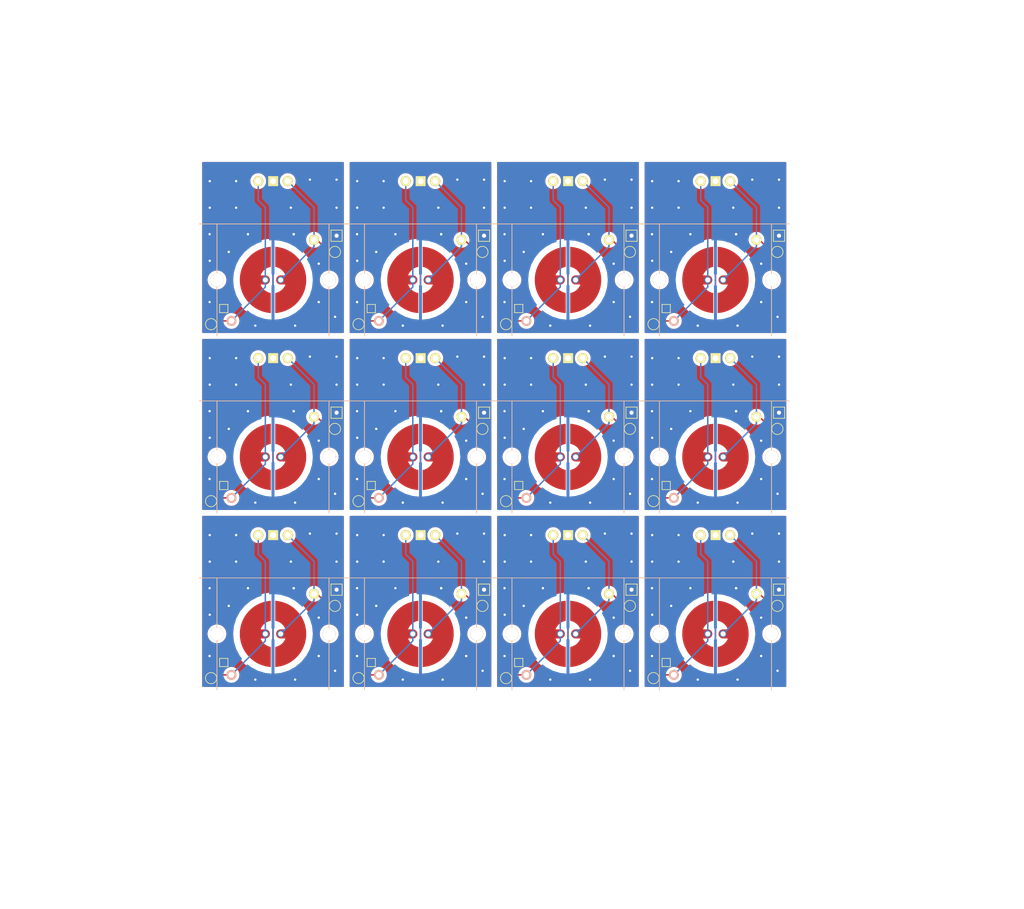
<source format=kicad_pcb>
(kicad_pcb (version 20221018) (generator pcbnew)
  (layers (0 "F.Cu" signal) (31 "B.Cu" signal) (34 "B.Paste" user) (35 "F.Paste" user) (36 "B.SilkS" user "B.Silkscreen") (37 "F.SilkS" user "F.Silkscreen") (38 "B.Mask" user) (39 "F.Mask" user) (44 "Edge.Cuts" user))
  (net 0 "")
  (net 1 "GND")
  (net 2 "Net-(SW_EC1-Pad2)")
  (net 3 "Net-(SW_EC1-Pad1)")
  (footprint "keyboard_parts:PIN_1" (layer "F.Cu") (at 58.2 92.2)
    (fp_text reference "REF**" hide)
    (fp_text value "CONN_1" hide)
  )
  (footprint "keyboard_parts:PIN_1" (layer "F.Cu") (at 72.2 78.45)
    (fp_text reference "P?" hide)
    (fp_text value "CONN_1" hide)
  )
  (footprint "TestPoint:TestPoint_THTPad_1.5x1.5mm_Drill0.7mm" (layer "F.Cu") (at 76.026 77.754)
    (fp_text reference "REF**" hide)
    (fp_text value "TestPoint_THTPad_1.5x1.5mm_Drill0.7mm" hide)
  )
  (footprint "TestPoint:TestPoint_Pad_1.0x1.0mm" (layer "F.Cu") (at 56.9 90.1)
    (fp_text reference "REF**" hide)
    (fp_text value "TestPoint_Pad_1.0x1.0mm" hide)
  )
  (footprint "TestPoint:TestPoint_Pad_D1.5mm" (layer "F.Cu") (at 54.75 92.75)
    (fp_text reference "REF**" hide)
    (fp_text value "CONN_1" hide)
  )
  (footprint "TestPoint:TestPoint_Pad_D1.5mm" (layer "F.Cu") (at 75.75 80.5)
    (fp_text reference "REF**" hide)
    (fp_text value "CONN_1" hide)
  )
  (footprint "bsakatu_kbd_lib:Topre_SW_temp" (layer "F.Cu") (at 65.25 85.25)
    (fp_text reference "SW_EC1" hide)
    (fp_text value "SW_Electro_Capacitive" hide)
  )
  (footprint "keyboard_parts:HOLE_M2.6" (layer "F.Cu") (at 55.75 85.25)
    (fp_text reference "HOLE_M2.6" hide)
    (fp_text value "VAL**" hide)
  )
  (footprint "keyboard_parts:HOLE_M2.6" (layer "F.Cu") (at 74.775 85.25)
    (fp_text reference "HOLE_M2.6" hide)
    (fp_text value "VAL**" hide)
  )
  (footprint "keyboard_parts:PIN_1_SQUARE" (layer "F.Cu") (at 65.276 68.504)
    (fp_text reference "P?" hide)
    (fp_text value "CONN_1" hide)
  )
  (footprint "keyboard_parts:PIN_1" (layer "F.Cu") (at 62.75 68.5)
    (fp_text reference "P?" hide)
    (fp_text value "CONN_1" hide)
  )
  (footprint "keyboard_parts:PIN_1" (layer "F.Cu") (at 67.75 68.5)
    (fp_text reference "P?" hide)
    (fp_text value "CONN_1" hide)
  )
  (footprint "keyboard_parts:PIN_1" (layer "F.Cu") (at 147.2 138.45)
    (fp_text reference "P?" hide)
    (fp_text value "CONN_1" hide)
  )
  (footprint "TestPoint:TestPoint_Pad_1.0x1.0mm" (layer "F.Cu") (at 106.9 150.1)
    (fp_text reference "REF**" hide)
    (fp_text value "TestPoint_Pad_1.0x1.0mm" hide)
  )
  (footprint "keyboard_parts:PIN_1" (layer "F.Cu") (at 87.75 128.5)
    (fp_text reference "P?" hide)
    (fp_text value "CONN_1" hide)
  )
  (footprint "keyboard_parts:HOLE_M2.6" (layer "F.Cu") (at 130.75 85.25)
    (fp_text reference "HOLE_M2.6" hide)
    (fp_text value "VAL**" hide)
  )
  (footprint "keyboard_parts:PIN_1" (layer "F.Cu") (at 97.2 138.45)
    (fp_text reference "P?" hide)
    (fp_text value "CONN_1" hide)
  )
  (footprint "TestPoint:TestPoint_Pad_1.0x1.0mm" (layer "F.Cu") (at 131.9 90.1)
    (fp_text reference "REF**" hide)
    (fp_text value "TestPoint_Pad_1.0x1.0mm" hide)
  )
  (footprint "TestPoint:TestPoint_THTPad_1.5x1.5mm_Drill0.7mm" (layer "F.Cu") (at 126.026 107.754)
    (fp_text reference "REF**" hide)
    (fp_text value "TestPoint_THTPad_1.5x1.5mm_Drill0.7mm" hide)
  )
  (footprint "TestPoint:TestPoint_Pad_D1.5mm" (layer "F.Cu") (at 125.75 110.5)
    (fp_text reference "REF**" hide)
    (fp_text value "CONN_1" hide)
  )
  (footprint "TestPoint:TestPoint_Pad_D1.5mm" (layer "F.Cu") (at 125.75 140.5)
    (fp_text reference "REF**" hide)
    (fp_text value "CONN_1" hide)
  )
  (footprint "keyboard_parts:PIN_1" (layer "F.Cu") (at 87.75 98.5)
    (fp_text reference "P?" hide)
    (fp_text value "CONN_1" hide)
  )
  (footprint "keyboard_parts:PIN_1" (layer "F.Cu") (at 117.75 68.5)
    (fp_text reference "P?" hide)
    (fp_text value "CONN_1" hide)
  )
  (footprint "TestPoint:TestPoint_Pad_D1.5mm" (layer "F.Cu") (at 129.75 152.75)
    (fp_text reference "REF**" hide)
    (fp_text value "CONN_1" hide)
  )
  (footprint "TestPoint:TestPoint_Pad_D1.5mm" (layer "F.Cu") (at 150.75 140.5)
    (fp_text reference "REF**" hide)
    (fp_text value "CONN_1" hide)
  )
  (footprint "keyboard_parts:PIN_1" (layer "F.Cu") (at 112.75 68.5)
    (fp_text reference "P?" hide)
    (fp_text value "CONN_1" hide)
  )
  (footprint "TestPoint:TestPoint_Pad_D1.5mm" (layer "F.Cu") (at 100.75 140.5)
    (fp_text reference "REF**" hide)
    (fp_text value "CONN_1" hide)
  )
  (footprint "TestPoint:TestPoint_Pad_1.0x1.0mm" (layer "F.Cu") (at 131.9 120.1)
    (fp_text reference "REF**" hide)
    (fp_text value "TestPoint_Pad_1.0x1.0mm" hide)
  )
  (footprint "keyboard_parts:PIN_1_SQUARE" (layer "F.Cu") (at 65.276 128.504)
    (fp_text reference "P?" hide)
    (fp_text value "CONN_1" hide)
  )
  (footprint "keyboard_parts:HOLE_M2.6" (layer "F.Cu") (at 80.75 85.25)
    (fp_text reference "HOLE_M2.6" hide)
    (fp_text value "VAL**" hide)
  )
  (footprint "keyboard_parts:PIN_1" (layer "F.Cu") (at 108.2 152.2)
    (fp_text reference "REF**" hide)
    (fp_text value "CONN_1" hide)
  )
  (footprint "TestPoint:TestPoint_THTPad_1.5x1.5mm_Drill0.7mm" (layer "F.Cu") (at 151.026 107.754)
    (fp_text reference "REF**" hide)
    (fp_text value "TestPoint_THTPad_1.5x1.5mm_Drill0.7mm" hide)
  )
  (footprint "keyboard_parts:HOLE_M2.6" (layer "F.Cu") (at 80.75 115.25)
    (fp_text reference "HOLE_M2.6" hide)
    (fp_text value "VAL**" hide)
  )
  (footprint "keyboard_parts:HOLE_M2.6" (layer "F.Cu") (at 149.775 115.25)
    (fp_text reference "HOLE_M2.6" hide)
    (fp_text value "VAL**" hide)
  )
  (footprint "bsakatu_kbd_lib:Topre_SW_temp" (layer "F.Cu") (at 65.25 115.25)
    (fp_text reference "SW_EC1" hide)
    (fp_text value "SW_Electro_Capacitive" hide)
  )
  (footprint "keyboard_parts:PIN_1" (layer "F.Cu") (at 137.75 68.5)
    (fp_text reference "P?" hide)
    (fp_text value "CONN_1" hide)
  )
  (footprint "TestPoint:TestPoint_Pad_1.0x1.0mm" (layer "F.Cu") (at 106.9 90.1)
    (fp_text reference "REF**" hide)
    (fp_text value "TestPoint_Pad_1.0x1.0mm" hide)
  )
  (footprint "keyboard_parts:PIN_1" (layer "F.Cu") (at 92.75 68.5)
    (fp_text reference "P?" hide)
    (fp_text value "CONN_1" hide)
  )
  (footprint "keyboard_parts:PIN_1" (layer "F.Cu") (at 117.75 98.5)
    (fp_text reference "P?" hide)
    (fp_text value "CONN_1" hide)
  )
  (footprint "TestPoint:TestPoint_THTPad_1.5x1.5mm_Drill0.7mm" (layer "F.Cu") (at 126.026 137.754)
    (fp_text reference "REF**" hide)
    (fp_text value "TestPoint_THTPad_1.5x1.5mm_Drill0.7mm" hide)
  )
  (footprint "keyboard_parts:PIN_1" (layer "F.Cu") (at 133.2 92.2)
    (fp_text reference "REF**" hide)
    (fp_text value "CONN_1" hide)
  )
  (footprint "TestPoint:TestPoint_THTPad_1.5x1.5mm_Drill0.7mm" (layer "F.Cu") (at 76.026 107.754)
    (fp_text reference "REF**" hide)
    (fp_text value "TestPoint_THTPad_1.5x1.5mm_Drill0.7mm" hide)
  )
  (footprint "keyboard_parts:PIN_1_SQUARE" (layer "F.Cu") (at 90.276 98.504)
    (fp_text reference "P?" hide)
    (fp_text value "CONN_1" hide)
  )
  (footprint "keyboard_parts:HOLE_M2.6" (layer "F.Cu") (at 105.75 85.25)
    (fp_text reference "HOLE_M2.6" hide)
    (fp_text value "VAL**" hide)
  )
  (footprint "keyboard_parts:PIN_1" (layer "F.Cu") (at 133.2 152.2)
    (fp_text reference "REF**" hide)
    (fp_text value "CONN_1" hide)
  )
  (footprint "TestPoint:TestPoint_THTPad_1.5x1.5mm_Drill0.7mm" (layer "F.Cu") (at 126.026 77.754)
    (fp_text reference "REF**" hide)
    (fp_text value "TestPoint_THTPad_1.5x1.5mm_Drill0.7mm" hide)
  )
  (footprint "TestPoint:TestPoint_THTPad_1.5x1.5mm_Drill0.7mm" (layer "F.Cu") (at 76.026 137.754)
    (fp_text reference "REF**" hide)
    (fp_text value "TestPoint_THTPad_1.5x1.5mm_Drill0.7mm" hide)
  )
  (footprint "keyboard_parts:PIN_1_SQUARE" (layer "F.Cu") (at 140.276 128.504)
    (fp_text reference "P?" hide)
    (fp_text value "CONN_1" hide)
  )
  (footprint "keyboard_parts:PIN_1" (layer "F.Cu") (at 142.75 128.5)
    (fp_text reference "P?" hide)
    (fp_text value "CONN_1" hide)
  )
  (footprint "bsakatu_kbd_lib:Topre_SW_temp" (layer "F.Cu") (at 90.25 145.25)
    (fp_text reference "SW_EC1" hide)
    (fp_text value "SW_Electro_Capacitive" hide)
  )
  (footprint "keyboard_parts:PIN_1" (layer "F.Cu") (at 122.2 138.45)
    (fp_text reference "P?" hide)
    (fp_text value "CONN_1" hide)
  )
  (footprint "TestPoint:TestPoint_THTPad_1.5x1.5mm_Drill0.7mm" (layer "F.Cu") (at 151.026 77.754)
    (fp_text reference "REF**" hide)
    (fp_text value "TestPoint_THTPad_1.5x1.5mm_Drill0.7mm" hide)
  )
  (footprint "TestPoint:TestPoint_Pad_1.0x1.0mm" (layer "F.Cu") (at 81.9 150.1)
    (fp_text reference "REF**" hide)
    (fp_text value "TestPoint_Pad_1.0x1.0mm" hide)
  )
  (footprint "bsakatu_kbd_lib:Topre_SW_temp" (layer "F.Cu") (at 115.25 85.25)
    (fp_text reference "SW_EC1" hide)
    (fp_text value "SW_Electro_Capacitive" hide)
  )
  (footprint "keyboard_parts:PIN_1" (layer "F.Cu") (at 108.2 122.2)
    (fp_text reference "REF**" hide)
    (fp_text value "CONN_1" hide)
  )
  (footprint "keyboard_parts:HOLE_M2.6" (layer "F.Cu") (at 105.75 145.25)
    (fp_text reference "HOLE_M2.6" hide)
    (fp_text value "VAL**" hide)
  )
  (footprint "keyboard_parts:PIN_1" (layer "F.Cu") (at 62.75 98.5)
    (fp_text reference "P?" hide)
    (fp_text value "CONN_1" hide)
  )
  (footprint "keyboard_parts:PIN_1_SQUARE" (layer "F.Cu") (at 90.276 128.504)
    (fp_text reference "P?" hide)
    (fp_text value "CONN_1" hide)
  )
  (footprint "keyboard_parts:PIN_1" (layer "F.Cu") (at 108.2 92.2)
    (fp_text reference "REF**" hide)
    (fp_text value "CONN_1" hide)
  )
  (footprint "keyboard_parts:HOLE_M2.6" (layer "F.Cu") (at 74.775 145.25)
    (fp_text reference "HOLE_M2.6" hide)
    (fp_text value "VAL**" hide)
  )
  (footprint "keyboard_parts:PIN_1_SQUARE" (layer "F.Cu") (at 65.276 98.504)
    (fp_text reference "P?" hide)
    (fp_text value "CONN_1" hide)
  )
  (footprint "TestPoint:TestPoint_Pad_D1.5mm" (layer "F.Cu") (at 129.75 122.75)
    (fp_text reference "REF**" hide)
    (fp_text value "CONN_1" hide)
  )
  (footprint "TestPoint:TestPoint_Pad_D1.5mm" (layer "F.Cu") (at 104.75 122.75)
    (fp_text reference "REF**" hide)
    (fp_text value "CONN_1" hide)
  )
  (footprint "keyboard_parts:PIN_1" (layer "F.Cu") (at 147.2 78.45)
    (fp_text reference "P?" hide)
    (fp_text value "CONN_1" hide)
  )
  (footprint "keyboard_parts:HOLE_M2.6" (layer "F.Cu") (at 105.75 115.25)
    (fp_text reference "HOLE_M2.6" hide)
    (fp_text value "VAL**" hide)
  )
  (footprint "keyboard_parts:PIN_1" (layer "F.Cu") (at 67.75 98.5)
    (fp_text reference "P?" hide)
    (fp_text value "CONN_1" hide)
  )
  (footprint "TestPoint:TestPoint_THTPad_1.5x1.5mm_Drill0.7mm" (layer "F.Cu") (at 151.026 137.754)
    (fp_text reference "REF**" hide)
    (fp_text value "TestPoint_THTPad_1.5x1.5mm_Drill0.7mm" hide)
  )
  (footprint "keyboard_parts:HOLE_M2.6" (layer "F.Cu") (at 99.775 115.25)
    (fp_text reference "HOLE_M2.6" hide)
    (fp_text value "VAL**" hide)
  )
  (footprint "TestPoint:TestPoint_Pad_D1.5mm" (layer "F.Cu") (at 100.75 110.5)
    (fp_text reference "REF**" hide)
    (fp_text value "CONN_1" hide)
  )
  (footprint "keyboard_parts:PIN_1" (layer "F.Cu") (at 142.75 68.5)
    (fp_text reference "P?" hide)
    (fp_text value "CONN_1" hide)
  )
  (footprint "keyboard_parts:PIN_1" (layer "F.Cu") (at 97.2 78.45)
    (fp_text reference "P?" hide)
    (fp_text value "CONN_1" hide)
  )
  (footprint "keyboard_parts:PIN_1" (layer "F.Cu") (at 67.75 128.5)
    (fp_text reference "P?" hide)
    (fp_text value "CONN_1" hide)
  )
  (footprint "TestPoint:TestPoint_THTPad_1.5x1.5mm_Drill0.7mm" (layer "F.Cu") (at 101.026 107.754)
    (fp_text reference "REF**" hide)
    (fp_text value "TestPoint_THTPad_1.5x1.5mm_Drill0.7mm" hide)
  )
  (footprint "keyboard_parts:PIN_1" (layer "F.Cu") (at 117.75 128.5)
    (fp_text reference "P?" hide)
    (fp_text value "CONN_1" hide)
  )
  (footprint "TestPoint:TestPoint_THTPad_1.5x1.5mm_Drill0.7mm" (layer "F.Cu") (at 101.026 77.754)
    (fp_text reference "REF**" hide)
    (fp_text value "TestPoint_THTPad_1.5x1.5mm_Drill0.7mm" hide)
  )
  (footprint "TestPoint:TestPoint_Pad_1.0x1.0mm" (layer "F.Cu") (at 106.9 120.1)
    (fp_text reference "REF**" hide)
    (fp_text value "TestPoint_Pad_1.0x1.0mm" hide)
  )
  (footprint "TestPoint:TestPoint_Pad_D1.5mm" (layer "F.Cu") (at 54.75 122.75)
    (fp_text reference "REF**" hide)
    (fp_text value "CONN_1" hide)
  )
  (footprint "keyboard_parts:PIN_1" (layer "F.Cu") (at 137.75 128.5)
    (fp_text reference "P?" hide)
    (fp_text value "CONN_1" hide)
  )
  (footprint "bsakatu_kbd_lib:Topre_SW_temp" (layer "F.Cu") (at 140.25 115.25)
    (fp_text reference "SW_EC1" hide)
    (fp_text value "SW_Electro_Capacitive" hide)
  )
  (footprint "keyboard_parts:PIN_1" (layer "F.Cu") (at 87.75 68.5)
    (fp_text reference "P?" hide)
    (fp_text value "CONN_1" hide)
  )
  (footprint "bsakatu_kbd_lib:Topre_SW_temp" (layer "F.Cu") (at 115.25 145.25)
    (fp_text reference "SW_EC1" hide)
    (fp_text value "SW_Electro_Capacitive" hide)
  )
  (footprint "keyboard_parts:PIN_1" (layer "F.Cu") (at 72.2 108.45)
    (fp_text reference "P?" hide)
    (fp_text value "CONN_1" hide)
  )
  (footprint "keyboard_parts:PIN_1" (layer "F.Cu") (at 122.2 78.45)
    (fp_text reference "P?" hide)
    (fp_text value "CONN_1" hide)
  )
  (footprint "TestPoint:TestPoint_Pad_1.0x1.0mm" (layer "F.Cu") (at 131.9 150.1)
    (fp_text reference "REF**" hide)
    (fp_text value "TestPoint_Pad_1.0x1.0mm" hide)
  )
  (footprint "TestPoint:TestPoint_THTPad_1.5x1.5mm_Drill0.7mm" (layer "F.Cu") (at 101.026 137.754)
    (fp_text reference "REF**" hide)
    (fp_text value "TestPoint_THTPad_1.5x1.5mm_Drill0.7mm" hide)
  )
  (footprint "keyboard_parts:PIN_1" (layer "F.Cu") (at 72.2 138.45)
    (fp_text reference "P?" hide)
    (fp_text value "CONN_1" hide)
  )
  (footprint "keyboard_parts:PIN_1_SQUARE" (layer "F.Cu") (at 140.276 98.504)
    (fp_text reference "P?" hide)
    (fp_text value "CONN_1" hide)
  )
  (footprint "TestPoint:TestPoint_Pad_D1.5mm" (layer "F.Cu") (at 54.75 152.75)
    (fp_text reference "REF**" hide)
    (fp_text value "CONN_1" hide)
  )
  (footprint "keyboard_parts:PIN_1" (layer "F.Cu") (at 92.75 128.5)
    (fp_text reference "P?" hide)
    (fp_text value "CONN_1" hide)
  )
  (footprint "TestPoint:TestPoint_Pad_D1.5mm" (layer "F.Cu") (at 150.75 80.5)
    (fp_text reference "REF**" hide)
    (fp_text value "CONN_1" hide)
  )
  (footprint "TestPoint:TestPoint_Pad_D1.5mm" (layer "F.Cu") (at 129.75 92.75)
    (fp_text reference "REF**" hide)
    (fp_text value "CONN_1" hide)
  )
  (footprint "keyboard_parts:HOLE_M2.6" (layer "F.Cu") (at 124.775 115.25)
    (fp_text reference "HOLE_M2.6" hide)
    (fp_text value "VAL**" hide)
  )
  (footprint "keyboard_parts:PIN_1_SQUARE" (layer "F.Cu") (at 140.276 68.504)
    (fp_text reference "P?" hide)
    (fp_text value "CONN_1" hide)
  )
  (footprint "keyboard_parts:HOLE_M2.6" (layer "F.Cu") (at 149.775 85.25)
    (fp_text reference "HOLE_M2.6" hide)
    (fp_text value "VAL**" hide)
  )
  (footprint "keyboard_parts:HOLE_M2.6" (layer "F.Cu") (at 124.775 85.25)
    (fp_text reference "HOLE_M2.6" hide)
    (fp_text value "VAL**" hide)
  )
  (footprint "keyboard_parts:HOLE_M2.6" (layer "F.Cu") (at 149.775 145.25)
    (fp_text reference "HOLE_M2.6" hide)
    (fp_text value "VAL**" hide)
  )
  (footprint "TestPoint:TestPoint_Pad_D1.5mm" (layer "F.Cu") (at 79.75 92.75)
    (fp_text reference "REF**" hide)
    (fp_text value "CONN_1" hide)
  )
  (footprint "keyboard_parts:PIN_1" (layer "F.Cu") (at 142.75 98.5)
    (fp_text reference "P?" hide)
    (fp_text value "CONN_1" hide)
  )
  (footprint "keyboard_parts:PIN_1" (layer "F.Cu") (at 112.75 98.5)
    (fp_text reference "P?" hide)
    (fp_text value "CONN_1" hide)
  )
  (footprint "keyboard_parts:HOLE_M2.6" (layer "F.Cu") (at 55.75 145.25)
    (fp_text reference "HOLE_M2.6" hide)
    (fp_text value "VAL**" hide)
  )
  (footprint "TestPoint:TestPoint_Pad_D1.5mm" (layer "F.Cu") (at 79.75 152.75)
    (fp_text reference "REF**" hide)
    (fp_text value "CONN_1" hide)
  )
  (footprint "TestPoint:TestPoint_Pad_1.0x1.0mm" (layer "F.Cu") (at 81.9 120.1)
    (fp_text reference "REF**" hide)
    (fp_text value "TestPoint_Pad_1.0x1.0mm" hide)
  )
  (footprint "keyboard_parts:PIN_1" (layer "F.Cu") (at 83.2 152.2)
    (fp_text reference "REF**" hide)
    (fp_text value "CONN_1" hide)
  )
  (footprint "TestPoint:TestPoint_Pad_D1.5mm" (layer "F.Cu") (at 79.75 122.75)
    (fp_text reference "REF**" hide)
    (fp_text value "CONN_1" hide)
  )
  (footprint "TestPoint:TestPoint_Pad_D1.5mm" (layer "F.Cu") (at 75.75 140.5)
    (fp_text reference "REF**" hide)
    (fp_text value "CONN_1" hide)
  )
  (footprint "bsakatu_kbd_lib:Topre_SW_temp" (layer "F.Cu") (at 90.25 85.25)
    (fp_text reference "SW_EC1" hide)
    (fp_text value "SW_Electro_Capacitive" hide)
  )
  (footprint "TestPoint:TestPoint_Pad_D1.5mm" (layer "F.Cu") (at 75.75 110.5)
    (fp_text reference "REF**" hide)
    (fp_text value "CONN_1" hide)
  )
  (footprint "keyboard_parts:HOLE_M2.6" (layer "F.Cu") (at 130.75 115.25)
    (fp_text reference "HOLE_M2.6" hide)
    (fp_text value "VAL**" hide)
  )
  (footprint "keyboard_parts:PIN_1" (layer "F.Cu") (at 112.75 128.5)
    (fp_text reference "P?" hide)
    (fp_text value "CONN_1" hide)
  )
  (footprint "keyboard_parts:PIN_1" (layer "F.Cu") (at 83.2 92.2)
    (fp_text reference "REF**" hide)
    (fp_text value "CONN_1" hide)
  )
  (footprint "keyboard_parts:HOLE_M2.6" (layer "F.Cu") (at 80.75 145.25)
    (fp_text reference "HOLE_M2.6" hide)
    (fp_text value "VAL**" hide)
  )
  (footprint "TestPoint:TestPoint_Pad_1.0x1.0mm" (layer "F.Cu") (at 56.9 150.1)
    (fp_text reference "REF**" hide)
    (fp_text value "TestPoint_Pad_1.0x1.0mm" hide)
  )
  (footprint "TestPoint:TestPoint_Pad_1.0x1.0mm" (layer "F.Cu") (at 56.9 120.1)
    (fp_text reference "REF**" hide)
    (fp_text value "TestPoint_Pad_1.0x1.0mm" hide)
  )
  (footprint "keyboard_parts:PIN_1" (layer "F.Cu") (at 137.75 98.5)
    (fp_text reference "P?" hide)
    (fp_text value "CONN_1" hide)
  )
  (footprint "keyboard_parts:PIN_1" (layer "F.Cu") (at 147.2 108.45)
    (fp_text reference "P?" hide)
    (fp_text value "CONN_1" hide)
  )
  (footprint "keyboard_parts:PIN_1_SQUARE" (layer "F.Cu") (at 115.276 98.504)
    (fp_text reference "P?" hide)
    (fp_text value "CONN_1" hide)
  )
  (footprint "keyboard_parts:PIN_1" (layer "F.Cu") (at 133.2 122.2)
    (fp_text reference "REF**" hide)
    (fp_text value "CONN_1" hide)
  )
  (footprint "TestPoint:TestPoint_Pad_D1.5mm" (layer "F.Cu") (at 150.75 110.5)
    (fp_text reference "REF**" hide)
    (fp_text value "CONN_1" hide)
  )
  (footprint "TestPoint:TestPoint_Pad_D1.5mm" (layer "F.Cu") (at 104.75 152.75)
    (fp_text reference "REF**" hide)
    (fp_text value "CONN_1" hide)
  )
  (footprint "keyboard_parts:PIN_1_SQUARE" (layer "F.Cu") (at 90.276 68.504)
    (fp_text reference "P?" hide)
    (fp_text value "CONN_1" hide)
  )
  (footprint "TestPoint:TestPoint_Pad_D1.5mm" (layer "F.Cu") (at 100.75 80.5)
    (fp_text reference "REF**" hide)
    (fp_text value "CONN_1" hide)
  )
  (footprint "TestPoint:TestPoint_Pad_D1.5mm" (layer "F.Cu") (at 104.75 92.75)
    (fp_text reference "REF**" hide)
    (fp_text value "CONN_1" hide)
  )
  (footprint "keyboard_parts:HOLE_M2.6" (layer "F.Cu") (at 99.775 85.25)
    (fp_text reference "HOLE_M2.6" hide)
    (fp_text value "VAL**" hide)
  )
  (footprint "keyboard_parts:PIN_1" (layer "F.Cu") (at 83.2 122.2)
    (fp_text reference "REF**" hide)
    (fp_text value "CONN_1" hide)
  )
  (footprint "keyboard_parts:PIN_1" (layer "F.Cu") (at 97.2 108.45)
    (fp_text reference "P?" hide)
    (fp_text value "CONN_1" hide)
  )
  (footprint "keyboard_parts:PIN_1" (layer "F.Cu") (at 62.75 128.5)
    (fp_text reference "P?" hide)
    (fp_text value "CONN_1" hide)
  )
  (footprint "keyboard_parts:HOLE_M2.6" (layer "F.Cu") (at 55.75 115.25)
    (fp_text reference "HOLE_M2.6" hide)
    (fp_text value "VAL**" hide)
  )
  (footprint "bsakatu_kbd_lib:Topre_SW_temp" (layer "F.Cu") (at 90.25 115.25)
    (fp_text reference "SW_EC1" hide)
    (fp_text value "SW_Electro_Capacitive" hide)
  )
  (footprint "bsakatu_kbd_lib:Topre_SW_temp" (layer "F.Cu") (at 140.25 85.25)
    (fp_text reference "SW_EC1" hide)
    (fp_text value "SW_Electro_Capacitive" hide)
  )
  (footprint "bsakatu_kbd_lib:Topre_SW_temp" (layer "F.Cu") (at 140.25 145.25)
    (fp_text reference "SW_EC1" hide)
    (fp_text value "SW_Electro_Capacitive" hide)
  )
  (footprint "keyboard_parts:PIN_1_SQUARE" (layer "F.Cu") (at 115.276 68.504)
    (fp_text reference "P?" hide)
    (fp_text value "CONN_1" hide)
  )
  (footprint "keyboard_parts:PIN_1_SQUARE" (layer "F.Cu") (at 115.276 128.504)
    (fp_text reference "P?" hide)
    (fp_text value "CONN_1" hide)
  )
  (footprint "keyboard_parts:HOLE_M2.6" (layer "F.Cu") (at 124.775 145.25)
    (fp_text reference "HOLE_M2.6" hide)
    (fp_text value "VAL**" hide)
  )
  (footprint "keyboard_parts:PIN_1" (layer "F.Cu") (at 122.2 108.45)
    (fp_text reference "P?" hide)
    (fp_text value "CONN_1" hide)
  )
  (footprint "keyboard_parts:PIN_1" (layer "F.Cu") (at 58.2 122.2)
    (fp_text reference "REF**" hide)
    (fp_text value "CONN_1" hide)
  )
  (footprint "TestPoint:TestPoint_Pad_1.0x1.0mm" (layer "F.Cu") (at 81.9 90.1)
    (fp_text reference "REF**" hide)
    (fp_text value "TestPoint_Pad_1.0x1.0mm" hide)
  )
  (footprint "TestPoint:TestPoint_Pad_D1.5mm" (layer "F.Cu") (at 125.75 80.5)
    (fp_text reference "REF**" hide)
    (fp_text value "CONN_1" hide)
  )
  (footprint "keyboard_parts:PIN_1" (layer "F.Cu") (at 58.2 152.2)
    (fp_text reference "REF**" hide)
    (fp_text value "CONN_1" hide)
  )
  (footprint "keyboard_parts:PIN_1" (layer "F.Cu") (at 92.75 98.5)
    (fp_text reference "P?" hide)
    (fp_text value "CONN_1" hide)
  )
  (footprint "bsakatu_kbd_lib:Topre_SW_temp" (layer "F.Cu") (at 115.25 115.25)
    (fp_text reference "SW_EC1" hide)
    (fp_text value "SW_Electro_Capacitive" hide)
  )
  (footprint "keyboard_parts:HOLE_M2.6" (layer "F.Cu") (at 99.775 145.25)
    (fp_text reference "HOLE_M2.6" hide)
    (fp_text value "VAL**" hide)
  )
  (footprint "bsakatu_kbd_lib:Topre_SW_temp" (layer "F.Cu") (at 65.25 145.25)
    (fp_text reference "SW_EC1" hide)
    (fp_text value "SW_Electro_Capacitive" hide)
  )
  (footprint "keyboard_parts:HOLE_M2.6" (layer "F.Cu") (at 130.75 145.25)
    (fp_text reference "HOLE_M2.6" hide)
    (fp_text value "VAL**" hide)
  )
  (footprint "keyboard_parts:HOLE_M2.6" (layer "F.Cu") (at 74.775 115.25)
    (fp_text reference "HOLE_M2.6" hide)
    (fp_text value "VAL**" hide)
  )
  (gr_line (start 55.75 94.75) (end 55.75 75.75) (stroke (width 0.1)) (layer "B.SilkS"))
  (gr_line (start 74.75 94.75) (end 74.75 75.75) (stroke (width 0.1)) (layer "B.SilkS"))
  (gr_line (start 52.75 75.75) (end 77.75 75.75) (stroke (width 0.1)) (layer "B.SilkS"))
  (gr_line (start 80.75 94.75) (end 80.75 75.75) (stroke (width 0.1)) (layer "B.SilkS"))
  (gr_line (start 127.75 75.75) (end 152.75 75.75) (stroke (width 0.1)) (layer "B.SilkS"))
  (gr_line (start 77.75 105.75) (end 102.75 105.75) (stroke (width 0.1)) (layer "B.SilkS"))
  (gr_line (start 130.75 154.75) (end 130.75 135.75) (stroke (width 0.1)) (layer "B.SilkS"))
  (gr_line (start 74.75 124.75) (end 74.75 105.75) (stroke (width 0.1)) (layer "B.SilkS"))
  (gr_line (start 99.75 124.75) (end 99.75 105.75) (stroke (width 0.1)) (layer "B.SilkS"))
  (gr_line (start 77.75 75.75) (end 102.75 75.75) (stroke (width 0.1)) (layer "B.SilkS"))
  (gr_line (start 99.75 94.75) (end 99.75 75.75) (stroke (width 0.1)) (layer "B.SilkS"))
  (gr_line (start 105.75 154.75) (end 105.75 135.75) (stroke (width 0.1)) (layer "B.SilkS"))
  (gr_line (start 127.75 135.75) (end 152.75 135.75) (stroke (width 0.1)) (layer "B.SilkS"))
  (gr_line (start 102.75 75.75) (end 127.75 75.75) (stroke (width 0.1)) (layer "B.SilkS"))
  (gr_line (start 102.75 105.75) (end 127.75 105.75) (stroke (width 0.1)) (layer "B.SilkS"))
  (gr_line (start 55.75 124.75) (end 55.75 105.75) (stroke (width 0.1)) (layer "B.SilkS"))
  (gr_line (start 105.75 94.75) (end 105.75 75.75) (stroke (width 0.1)) (layer "B.SilkS"))
  (gr_line (start 52.75 105.75) (end 77.75 105.75) (stroke (width 0.1)) (layer "B.SilkS"))
  (gr_line (start 124.75 154.75) (end 124.75 135.75) (stroke (width 0.1)) (layer "B.SilkS"))
  (gr_line (start 149.75 154.75) (end 149.75 135.75) (stroke (width 0.1)) (layer "B.SilkS"))
  (gr_line (start 105.75 124.75) (end 105.75 105.75) (stroke (width 0.1)) (layer "B.SilkS"))
  (gr_line (start 55.75 154.75) (end 55.75 135.75) (stroke (width 0.1)) (layer "B.SilkS"))
  (gr_line (start 130.75 94.75) (end 130.75 75.75) (stroke (width 0.1)) (layer "B.SilkS"))
  (gr_line (start 52.75 135.75) (end 77.75 135.75) (stroke (width 0.1)) (layer "B.SilkS"))
  (gr_line (start 80.75 124.75) (end 80.75 105.75) (stroke (width 0.1)) (layer "B.SilkS"))
  (gr_line (start 149.75 94.75) (end 149.75 75.75) (stroke (width 0.1)) (layer "B.SilkS"))
  (gr_line (start 74.75 154.75) (end 74.75 135.75) (stroke (width 0.1)) (layer "B.SilkS"))
  (gr_line (start 99.75 154.75) (end 99.75 135.75) (stroke (width 0.1)) (layer "B.SilkS"))
  (gr_line (start 149.75 124.75) (end 149.75 105.75) (stroke (width 0.1)) (layer "B.SilkS"))
  (gr_line (start 130.75 124.75) (end 130.75 105.75) (stroke (width 0.1)) (layer "B.SilkS"))
  (gr_line (start 102.75 135.75) (end 127.75 135.75) (stroke (width 0.1)) (layer "B.SilkS"))
  (gr_line (start 80.75 154.75) (end 80.75 135.75) (stroke (width 0.1)) (layer "B.SilkS"))
  (gr_line (start 124.75 94.75) (end 124.75 75.75) (stroke (width 0.1)) (layer "B.SilkS"))
  (gr_line (start 127.75 105.75) (end 152.75 105.75) (stroke (width 0.1)) (layer "B.SilkS"))
  (gr_line (start 124.75 124.75) (end 124.75 105.75) (stroke (width 0.1)) (layer "B.SilkS"))
  (gr_line (start 77.75 135.75) (end 102.75 135.75) (stroke (width 0.1)) (layer "B.SilkS"))
  (gr_line (start 55.75 94.75) (end 55.75 75.75) (stroke (width 0.1)) (layer "F.SilkS"))
  (gr_line (start 74.75 94.75) (end 74.75 75.75) (stroke (width 0.1)) (layer "F.SilkS"))
  (gr_line (start 105.75 124.75) (end 105.75 105.75) (stroke (width 0.1)) (layer "F.SilkS"))
  (gr_line (start 99.75 124.75) (end 99.75 105.75) (stroke (width 0.1)) (layer "F.SilkS"))
  (gr_line (start 77.75 105.75) (end 102.75 105.75) (stroke (width 0.1)) (layer "F.SilkS"))
  (gr_line (start 102.75 105.75) (end 127.75 105.75) (stroke (width 0.1)) (layer "F.SilkS"))
  (gr_line (start 77.75 135.75) (end 102.75 135.75) (stroke (width 0.1)) (layer "F.SilkS"))
  (gr_line (start 52.75 105.75) (end 77.75 105.75) (stroke (width 0.1)) (layer "F.SilkS"))
  (gr_line (start 55.75 124.75) (end 55.75 105.75) (stroke (width 0.1)) (layer "F.SilkS"))
  (gr_line (start 77.75 75.75) (end 102.75 75.75) (stroke (width 0.1)) (layer "F.SilkS"))
  (gr_line (start 127.75 105.75) (end 152.75 105.75) (stroke (width 0.1)) (layer "F.SilkS"))
  (gr_line (start 74.75 124.75) (end 74.75 105.75) (stroke (width 0.1)) (layer "F.SilkS"))
  (gr_line (start 124.75 124.75) (end 124.75 105.75) (stroke (width 0.1)) (layer "F.SilkS"))
  (gr_line (start 52.75 75.75) (end 77.75 75.75) (stroke (width 0.1)) (layer "F.SilkS"))
  (gr_line (start 99.75 154.75) (end 99.75 135.75) (stroke (width 0.1)) (layer "F.SilkS"))
  (gr_line (start 130.75 154.75) (end 130.75 135.75) (stroke (width 0.1)) (layer "F.SilkS"))
  (gr_line (start 149.75 94.75) (end 149.75 75.75) (stroke (width 0.1)) (layer "F.SilkS"))
  (gr_line (start 99.75 94.75) (end 99.75 75.75) (stroke (width 0.1)) (layer "F.SilkS"))
  (gr_line (start 80.75 124.75) (end 80.75 105.75) (stroke (width 0.1)) (layer "F.SilkS"))
  (gr_line (start 105.75 94.75) (end 105.75 75.75) (stroke (width 0.1)) (layer "F.SilkS"))
  (gr_line (start 149.75 124.75) (end 149.75 105.75) (stroke (width 0.1)) (layer "F.SilkS"))
  (gr_line (start 124.75 94.75) (end 124.75 75.75) (stroke (width 0.1)) (layer "F.SilkS"))
  (gr_line (start 102.75 135.75) (end 127.75 135.75) (stroke (width 0.1)) (layer "F.SilkS"))
  (gr_line (start 52.75 135.75) (end 77.75 135.75) (stroke (width 0.1)) (layer "F.SilkS"))
  (gr_line (start 130.75 124.75) (end 130.75 105.75) (stroke (width 0.1)) (layer "F.SilkS"))
  (gr_line (start 127.75 135.75) (end 152.75 135.75) (stroke (width 0.1)) (layer "F.SilkS"))
  (gr_line (start 124.75 154.75) (end 124.75 135.75) (stroke (width 0.1)) (layer "F.SilkS"))
  (gr_line (start 149.75 154.75) (end 149.75 135.75) (stroke (width 0.1)) (layer "F.SilkS"))
  (gr_line (start 127.75 75.75) (end 152.75 75.75) (stroke (width 0.1)) (layer "F.SilkS"))
  (gr_line (start 74.75 154.75) (end 74.75 135.75) (stroke (width 0.1)) (layer "F.SilkS"))
  (gr_line (start 80.75 94.75) (end 80.75 75.75) (stroke (width 0.1)) (layer "F.SilkS"))
  (gr_line (start 102.75 75.75) (end 127.75 75.75) (stroke (width 0.1)) (layer "F.SilkS"))
  (gr_line (start 80.75 154.75) (end 80.75 135.75) (stroke (width 0.1)) (layer "F.SilkS"))
  (gr_line (start 130.75 94.75) (end 130.75 75.75) (stroke (width 0.1)) (layer "F.SilkS"))
  (gr_line (start 55.75 154.75) (end 55.75 135.75) (stroke (width 0.1)) (layer "F.SilkS"))
  (gr_line (start 105.75 154.75) (end 105.75 135.75) (stroke (width 0.1)) (layer "F.SilkS"))
  (via (at 69 93) (size 0.8) (drill 0.4) (layers "F.Cu" "B.Cu") (net 1))
  (via (at 68.75 77.5) (size 0.8) (drill 0.4) (layers "F.Cu" "B.Cu") (net 1))
  (via (at 76.026 68.254) (size 0.8) (drill 0.4) (layers "F.Cu" "B.Cu") (net 1))
  (via (at 126.026 133.004) (size 0.8) (drill 0.4) (layers "F.Cu" "B.Cu") (net 1))
  (via (at 134 103.004) (size 0.8) (drill 0.4) (layers "F.Cu" "B.Cu") (net 1))
  (via (at 73 82.5) (size 0.8) (drill 0.4) (layers "F.Cu" "B.Cu") (net 1))
  (via (at 54.5 107.5) (size 0.8) (drill 0.4) (layers "F.Cu" "B.Cu") (net 1))
  (via (at 84 68.5) (size 0.8) (drill 0.4) (layers "F.Cu" "B.Cu") (net 1))
  (via (at 134 68.5) (size 0.8) (drill 0.4) (layers "F.Cu" "B.Cu") (net 1))
  (via (at 151.026 133.004) (size 0.8) (drill 0.4) (layers "F.Cu" "B.Cu") (net 1))
  (via (at 118.75 137.5) (size 0.8) (drill 0.4) (layers "F.Cu" "B.Cu") (net 1))
  (via (at 143.276 133.004) (size 0.8) (drill 0.4) (layers "F.Cu" "B.Cu") (net 1))
  (via (at 61 137.5) (size 0.8) (drill 0.4) (layers "F.Cu" "B.Cu") (net 1))
  (via (at 68.276 133.004) (size 0.8) (drill 0.4) (layers "F.Cu" "B.Cu") (net 1))
  (via (at 68.75 137.5) (size 0.8) (drill 0.4) (layers "F.Cu" "B.Cu") (net 1))
  (via (at 144 123) (size 0.8) (drill 0.4) (layers "F.Cu" "B.Cu") (net 1))
  (via (at 68.276 73.004) (size 0.8) (drill 0.4) (layers "F.Cu" "B.Cu") (net 1))
  (via (at 87.25 153) (size 0.8) (drill 0.4) (layers "F.Cu" "B.Cu") (net 1))
  (via (at 148 142.5) (size 0.8) (drill 0.4) (layers "F.Cu" "B.Cu") (net 1))
  (via (at 119 93) (size 0.8) (drill 0.4) (layers "F.Cu" "B.Cu") (net 1))
  (via (at 57.75 140.5) (size 0.8) (drill 0.4) (layers "F.Cu" "B.Cu") (net 1))
  (via (at 123 89) (size 0.8) (drill 0.4) (layers "F.Cu" "B.Cu") (net 1))
  (via (at 146.5 128.25) (size 0.8) (drill 0.4) (layers "F.Cu" "B.Cu") (net 1))
  (via (at 79.526 142.004) (size 0.8) (drill 0.4) (layers "F.Cu" "B.Cu") (net 1))
  (via (at 143.75 107.5) (size 0.8) (drill 0.4) (layers "F.Cu" "B.Cu") (net 1))
  (via (at 129.526 73.004) (size 0.8) (drill 0.4) (layers "F.Cu" "B.Cu") (net 1))
  (via (at 137.25 153) (size 0.8) (drill 0.4) (layers "F.Cu" "B.Cu") (net 1))
  (via (at 143.75 77.5) (size 0.8) (drill 0.4) (layers "F.Cu" "B.Cu") (net 1))
  (via (at 111 137.5) (size 0.8) (drill 0.4) (layers "F.Cu" "B.Cu") (net 1))
  (via (at 76.026 128.254) (size 0.8) (drill 0.4) (layers "F.Cu" "B.Cu") (net 1))
  (via (at 129.5 89) (size 0.8) (drill 0.4) (layers "F.Cu" "B.Cu") (net 1))
  (via (at 143.75 137.5) (size 0.8) (drill 0.4) (layers "F.Cu" "B.Cu") (net 1))
  (via (at 150.776 151.5) (size 0.8) (drill 0.4) (layers "F.Cu" "B.Cu") (net 1))
  (via (at 143.75 77.5) (size 0.8) (drill 0.4) (layers "F.Cu" "B.Cu") (net 1))
  (via (at 98 89) (size 0.8) (drill 0.4) (layers "F.Cu" "B.Cu") (net 1))
  (via (at 104.526 103.004) (size 0.8) (drill 0.4) (layers "F.Cu" "B.Cu") (net 1))
  (via (at 75.776 151.5) (size 0.8) (drill 0.4) (layers "F.Cu" "B.Cu") (net 1))
  (via (at 144 93) (size 0.8) (drill 0.4) (layers "F.Cu" "B.Cu") (net 1))
  (via (at 129.5 149) (size 0.8) (drill 0.4) (layers "F.Cu" "B.Cu") (net 1))
  (via (at 93.75 77.5) (size 0.8) (drill 0.4) (layers "F.Cu" "B.Cu") (net 1))
  (via (at 129.526 142.004) (size 0.8) (drill 0.4) (layers "F.Cu" "B.Cu") (net 1))
  (via (at 118.75 77.5) (size 0.8) (drill 0.4) (layers "F.Cu" "B.Cu") (net 1))
  (via (at 107.75 110.5) (size 0.8) (drill 0.4) (layers "F.Cu" "B.Cu") (net 1))
  (via (at 68.276 103.004) (size 0.8) (drill 0.4) (layers "F.Cu" "B.Cu") (net 1))
  (via (at 69 123) (size 0.8) (drill 0.4) (layers "F.Cu" "B.Cu") (net 1))
  (via (at 94 153) (size 0.8) (drill 0.4) (layers "F.Cu" "B.Cu") (net 1))
  (via (at 68.75 137.5) (size 0.8) (drill 0.4) (layers "F.Cu" "B.Cu") (net 1))
  (via (at 71.5 68.25) (size 0.8) (drill 0.4) (layers "F.Cu" "B.Cu") (net 1))
  (via (at 111 107.5) (size 0.8) (drill 0.4) (layers "F.Cu" "B.Cu") (net 1))
  (via (at 79.5 149) (size 0.8) (drill 0.4) (layers "F.Cu" "B.Cu") (net 1))
  (via (at 126.026 103.004) (size 0.8) (drill 0.4) (layers "F.Cu" "B.Cu") (net 1))
  (via (at 93.75 77.5) (size 0.8) (drill 0.4) (layers "F.Cu" "B.Cu") (net 1))
  (via (at 109 103.004) (size 0.8) (drill 0.4) (layers "F.Cu" "B.Cu") (net 1))
  (via (at 104.526 142.004) (size 0.8) (drill 0.4) (layers "F.Cu" "B.Cu") (net 1))
  (via (at 104.526 68.504) (size 0.8) (drill 0.4) (layers "F.Cu" "B.Cu") (net 1))
  (via (at 104.526 73.004) (size 0.8) (drill 0.4) (layers "F.Cu" "B.Cu") (net 1))
  (via (at 96.5 98.25) (size 0.8) (drill 0.4) (layers "F.Cu" "B.Cu") (net 1))
  (via (at 143.75 107.5) (size 0.8) (drill 0.4) (layers "F.Cu" "B.Cu") (net 1))
  (via (at 137.25 93) (size 0.8) (drill 0.4) (layers "F.Cu" "B.Cu") (net 1))
  (via (at 79.526 128.504) (size 0.8) (drill 0.4) (layers "F.Cu" "B.Cu") (net 1))
  (via (at 82.75 140.5) (size 0.8) (drill 0.4) (layers "F.Cu" "B.Cu") (net 1))
  (via (at 118.75 107.5) (size 0.8) (drill 0.4) (layers "F.Cu" "B.Cu") (net 1))
  (via (at 109 128.5) (size 0.8) (drill 0.4) (layers "F.Cu" "B.Cu") (net 1))
  (via (at 75.776 91.5) (size 0.8) (drill 0.4) (layers "F.Cu" "B.Cu") (net 1))
  (via (at 129.526 98.504) (size 0.8) (drill 0.4) (layers "F.Cu" "B.Cu") (net 1))
  (via (at 107.75 80.5) (size 0.8) (drill 0.4) (layers "F.Cu" "B.Cu") (net 1))
  (via (at 151.026 103.004) (size 0.8) (drill 0.4) (layers "F.Cu" "B.Cu") (net 1))
  (via (at 148 149) (size 0.8) (drill 0.4) (layers "F.Cu" "B.Cu") (net 1))
  (via (at 76.026 103.004) (size 0.8) (drill 0.4) (layers "F.Cu" "B.Cu") (net 1))
  (via (at 146.5 68.25) (size 0.8) (drill 0.4) (layers "F.Cu" "B.Cu") (net 1))
  (via (at 123 119) (size 0.8) (drill 0.4) (layers "F.Cu" "B.Cu") (net 1))
  (via (at 136 77.5) (size 0.8) (drill 0.4) (layers "F.Cu" "B.Cu") (net 1))
  (via (at 79.526 82.004) (size 0.8) (drill 0.4) (layers "F.Cu" "B.Cu") (net 1))
  (via (at 119 153) (size 0.8) (drill 0.4) (layers "F.Cu" "B.Cu") (net 1))
  (via (at 82.75 110.5) (size 0.8) (drill 0.4) (layers "F.Cu" "B.Cu") (net 1))
  (via (at 129.526 82.004) (size 0.8) (drill 0.4) (layers "F.Cu" "B.Cu") (net 1))
  (via (at 109 68.5) (size 0.8) (drill 0.4) (layers "F.Cu" "B.Cu") (net 1))
  (via (at 129.5 119) (size 0.8) (drill 0.4) (layers "F.Cu" "B.Cu") (net 1))
  (via (at 150.776 91.5) (size 0.8) (drill 0.4) (layers "F.Cu" "B.Cu") (net 1))
  (via (at 109 98.5) (size 0.8) (drill 0.4) (layers "F.Cu" "B.Cu") (net 1))
  (via (at 129.526 128.504) (size 0.8) (drill 0.4) (layers "F.Cu" "B.Cu") (net 1))
  (via (at 100.776 91.5) (size 0.8) (drill 0.4) (layers "F.Cu" "B.Cu") (net 1))
  (via (at 59 103.004) (size 0.8) (drill 0.4) (layers "F.Cu" "B.Cu") (net 1))
  (via (at 104.526 133.004) (size 0.8) (drill 0.4) (layers "F.Cu" "B.Cu") (net 1))
  (via (at 143.75 137.5) (size 0.8) (drill 0.4) (layers "F.Cu" "B.Cu") (net 1))
  (via (at 86 77.5) (size 0.8) (drill 0.4) (layers "F.Cu" "B.Cu") (net 1))
  (via (at 136 107.5) (size 0.8) (drill 0.4) (layers "F.Cu" "B.Cu") (net 1))
  (via (at 101.026 133.004) (size 0.8) (drill 0.4) (layers "F.Cu" "B.Cu") (net 1))
  (via (at 129.5 77.5) (size 0.8) (drill 0.4) (layers "F.Cu" "B.Cu") (net 1))
  (via (at 93.276 73.004) (size 0.8) (drill 0.4) (layers "F.Cu" "B.Cu") (net 1))
  (via (at 61 77.5) (size 0.8) (drill 0.4) (layers "F.Cu" "B.Cu") (net 1))
  (via (at 104.526 82.004) (size 0.8) (drill 0.4) (layers "F.Cu" "B.Cu") (net 1))
  (via (at 118.75 137.5) (size 0.8) (drill 0.4) (layers "F.Cu" "B.Cu") (net 1))
  (via (at 129.5 107.5) (size 0.8) (drill 0.4) (layers "F.Cu" "B.Cu") (net 1))
  (via (at 93.276 133.004) (size 0.8) (drill 0.4) (layers "F.Cu" "B.Cu") (net 1))
  (via (at 93.276 103.004) (size 0.8) (drill 0.4) (layers "F.Cu" "B.Cu") (net 1))
  (via (at 109 133.004) (size 0.8) (drill 0.4) (layers "F.Cu" "B.Cu") (net 1))
  (via (at 111 77.5) (size 0.8) (drill 0.4) (layers "F.Cu" "B.Cu") (net 1))
  (via (at 150.776 121.5) (size 0.8) (drill 0.4) (layers "F.Cu" "B.Cu") (net 1))
  (via (at 121.5 128.25) (size 0.8) (drill 0.4) (layers "F.Cu" "B.Cu") (net 1))
  (via (at 62.25 93) (size 0.8) (drill 0.4) (layers "F.Cu" "B.Cu") (net 1))
  (via (at 129.526 133.004) (size 0.8) (drill 0.4) (layers "F.Cu" "B.Cu") (net 1))
  (via (at 96.5 128.25) (size 0.8) (drill 0.4) (layers "F.Cu" "B.Cu") (net 1))
  (via (at 61 107.5) (size 0.8) (drill 0.4) (layers "F.Cu" "B.Cu") (net 1))
  (via (at 148 89) (size 0.8) (drill 0.4) (layers "F.Cu" "B.Cu") (net 1))
  (via (at 79.526 103.004) (size 0.8) (drill 0.4) (layers "F.Cu" "B.Cu") (net 1))
  (via (at 118.276 133.004) (size 0.8) (drill 0.4) (layers "F.Cu" "B.Cu") (net 1))
  (via (at 129.526 103.004) (size 0.8) (drill 0.4) (layers "F.Cu" "B.Cu") (net 1))
  (via (at 151.026 128.254) (size 0.8) (drill 0.4) (layers "F.Cu" "B.Cu") (net 1))
  (via (at 104.5 119) (size 0.8) (drill 0.4) (layers "F.Cu" "B.Cu") (net 1))
  (via (at 118.276 103.004) (size 0.8) (drill 0.4) (layers "F.Cu" "B.Cu") (net 1))
  (via (at 79.5 119) (size 0.8) (drill 0.4) (layers "F.Cu" "B.Cu") (net 1))
  (via (at 118.75 107.5) (size 0.8) (drill 0.4) (layers "F.Cu" "B.Cu") (net 1))
  (via (at 73 89) (size 0.8) (drill 0.4) (layers "F.Cu" "B.Cu") (net 1))
  (via (at 69 153) (size 0.8) (drill 0.4) (layers "F.Cu" "B.Cu") (net 1))
  (via (at 100.776 121.5) (size 0.8) (drill 0.4) (layers "F.Cu" "B.Cu") (net 1))
  (via (at 84 133.004) (size 0.8) (drill 0.4) (layers "F.Cu" "B.Cu") (net 1))
  (via (at 94 93) (size 0.8) (drill 0.4) (layers "F.Cu" "B.Cu") (net 1))
  (via (at 79.526 112.004) (size 0.8) (drill 0.4) (layers "F.Cu" "B.Cu") (net 1))
  (via (at 101.026 68.254) (size 0.8) (drill 0.4) (layers "F.Cu" "B.Cu") (net 1))
  (via (at 54.526 73.004) (size 0.8) (drill 0.4) (layers "F.Cu" "B.Cu") (net 1))
  (via (at 125.776 151.5) (size 0.8) (drill 0.4) (layers "F.Cu" "B.Cu") (net 1))
  (via (at 137.25 123) (size 0.8) (drill 0.4) (layers "F.Cu" "B.Cu") (net 1))
  (via (at 84 103.004) (size 0.8) (drill 0.4) (layers "F.Cu" "B.Cu") (net 1))
  (via (at 104.5 137.5) (size 0.8) (drill 0.4) (layers "F.Cu" "B.Cu") (net 1))
  (via (at 118.75 77.5) (size 0.8) (drill 0.4) (layers "F.Cu" "B.Cu") (net 1))
  (via (at 54.5 119) (size 0.8) (drill 0.4) (layers "F.Cu" "B.Cu") (net 1))
  (via (at 54.526 128.504) (size 0.8) (drill 0.4) (layers "F.Cu" "B.Cu") (net 1))
  (via (at 62.25 123) (size 0.8) (drill 0.4) (layers "F.Cu" "B.Cu") (net 1))
  (via (at 87.25 93) (size 0.8) (drill 0.4) (layers "F.Cu" "B.Cu") (net 1))
  (via (at 104.526 128.504) (size 0.8) (drill 0.4) (layers "F.Cu" "B.Cu") (net 1))
  (via (at 93.75 107.5) (size 0.8) (drill 0.4) (layers "F.Cu" "B.Cu") (net 1))
  (via (at 79.526 73.004) (size 0.8) (drill 0.4) (layers "F.Cu" "B.Cu") (net 1))
  (via (at 118.75 107.5) (size 0.8) (drill 0.4) (layers "F.Cu" "B.Cu") (net 1))
  (via (at 79.526 68.504) (size 0.8) (drill 0.4) (layers "F.Cu" "B.Cu") (net 1))
  (via (at 121.5 98.25) (size 0.8) (drill 0.4) (layers "F.Cu" "B.Cu") (net 1))
  (via (at 118.75 77.5) (size 0.8) (drill 0.4) (layers "F.Cu" "B.Cu") (net 1))
  (via (at 132.75 140.5) (size 0.8) (drill 0.4) (layers "F.Cu" "B.Cu") (net 1))
  (via (at 143.276 103.004) (size 0.8) (drill 0.4) (layers "F.Cu" "B.Cu") (net 1))
  (via (at 79.5 137.5) (size 0.8) (drill 0.4) (layers "F.Cu" "B.Cu") (net 1))
  (via (at 54.526 112.004) (size 0.8) (drill 0.4) (layers "F.Cu" "B.Cu") (net 1))
  (via (at 54.5 77.5) (size 0.8) (drill 0.4) (layers "F.Cu" "B.Cu") (net 1))
  (via (at 76.026 133.004) (size 0.8) (drill 0.4) (layers "F.Cu" "B.Cu") (net 1))
  (via (at 59 128.5) (size 0.8) (drill 0.4) (layers "F.Cu" "B.Cu") (net 1))
  (via (at 73 149) (size 0.8) (drill 0.4) (layers "F.Cu" "B.Cu") (net 1))
  (via (at 125.776 121.5) (size 0.8) (drill 0.4) (layers "F.Cu" "B.Cu") (net 1))
  (via (at 73 112.5) (size 0.8) (drill 0.4) (layers "F.Cu" "B.Cu") (net 1))
  (via (at 68.75 77.5) (size 0.8) (drill 0.4) (layers "F.Cu" "B.Cu") (net 1))
  (via (at 54.526 133.004) (size 0.8) (drill 0.4) (layers "F.Cu" "B.Cu") (net 1))
  (via (at 73 142.5) (size 0.8) (drill 0.4) (layers "F.Cu" "B.Cu") (net 1))
  (via (at 118.276 73.004) (size 0.8) (drill 0.4) (layers "F.Cu" "B.Cu") (net 1))
  (via (at 104.5 107.5) (size 0.8) (drill 0.4) (layers "F.Cu" "B.Cu") (net 1))
  (via (at 98 142.5) (size 0.8) (drill 0.4) (layers "F.Cu" "B.Cu") (net 1))
  (via (at 93.75 107.5) (size 0.8) (drill 0.4) (layers "F.Cu" "B.Cu") (net 1))
  (via (at 119 123) (size 0.8) (drill 0.4) (layers "F.Cu" "B.Cu") (net 1))
  (via (at 86 107.5) (size 0.8) (drill 0.4) (layers "F.Cu" "B.Cu") (net 1))
  (via (at 68.75 107.5) (size 0.8) (drill 0.4) (layers "F.Cu" "B.Cu") (net 1))
  (via (at 54.526 98.504) (size 0.8) (drill 0.4) (layers "F.Cu" "B.Cu") (net 1))
  (via (at 79.5 89) (size 0.8) (drill 0.4) (layers "F.Cu" "B.Cu") (net 1))
  (via (at 59 68.5) (size 0.8) (drill 0.4) (layers "F.Cu" "B.Cu") (net 1))
  (via (at 148 112.5) (size 0.8) (drill 0.4) (layers "F.Cu" "B.Cu") (net 1))
  (via (at 101.026 103.004) (size 0.8) (drill 0.4) (layers "F.Cu" "B.Cu") (net 1))
  (via (at 76.026 98.254) (size 0.8) (drill 0.4) (layers "F.Cu" "B.Cu") (net 1))
  (via (at 109 73.004) (size 0.8) (drill 0.4) (layers "F.Cu" "B.Cu") (net 1))
  (via (at 82.75 80.5) (size 0.8) (drill 0.4) (layers "F.Cu" "B.Cu") (net 1))
  (via (at 143.75 107.5) (size 0.8) (drill 0.4) (layers "F.Cu" "B.Cu") (net 1))
  (via (at 104.526 112.004) (size 0.8) (drill 0.4) (layers "F.Cu" "B.Cu") (net 1))
  (via (at 98 149) (size 0.8) (drill 0.4) (layers "F.Cu" "B.Cu") (net 1))
  (via (at 126.026 98.254) (size 0.8) (drill 0.4) (layers "F.Cu" "B.Cu") (net 1))
  (via (at 84 73.004) (size 0.8) (drill 0.4) (layers "F.Cu" "B.Cu") (net 1))
  (via (at 79.5 77.5) (size 0.8) (drill 0.4) (layers "F.Cu" "B.Cu") (net 1))
  (via (at 59 133.004) (size 0.8) (drill 0.4) (layers "F.Cu" "B.Cu") (net 1))
  (via (at 118.75 137.5) (size 0.8) (drill 0.4) (layers "F.Cu" "B.Cu") (net 1))
  (via (at 68.75 77.5) (size 0.8) (drill 0.4) (layers "F.Cu" "B.Cu") (net 1))
  (via (at 100.776 151.5) (size 0.8) (drill 0.4) (layers "F.Cu" "B.Cu") (net 1))
  (via (at 151.026 73.004) (size 0.8) (drill 0.4) (layers "F.Cu" "B.Cu") (net 1))
  (via (at 112.25 123) (size 0.8) (drill 0.4) (layers "F.Cu" "B.Cu") (net 1))
  (via (at 68.75 107.5) (size 0.8) (drill 0.4) (layers "F.Cu" "B.Cu") (net 1))
  (via (at 79.5 107.5) (size 0.8) (drill 0.4) (layers "F.Cu" "B.Cu") (net 1))
  (via (at 93.75 77.5) (size 0.8) (drill 0.4) (layers "F.Cu" "B.Cu") (net 1))
  (via (at 98 82.5) (size 0.8) (drill 0.4) (layers "F.Cu" "B.Cu") (net 1))
  (via (at 94 123) (size 0.8) (drill 0.4) (layers "F.Cu" "B.Cu") (net 1))
  (via (at 143.75 77.5) (size 0.8) (drill 0.4) (layers "F.Cu" "B.Cu") (net 1))
  (via (at 73 119) (size 0.8) (drill 0.4) (layers "F.Cu" "B.Cu") (net 1))
  (via (at 84 128.5) (size 0.8) (drill 0.4) (layers "F.Cu" "B.Cu") (net 1))
  (via (at 93.75 137.5) (size 0.8) (drill 0.4) (layers "F.Cu" "B.Cu") (net 1))
  (via (at 107.75 140.5) (size 0.8) (drill 0.4) (layers "F.Cu" "B.Cu") (net 1))
  (via (at 129.5 137.5) (size 0.8) (drill 0.4) (layers "F.Cu" "B.Cu") (net 1))
  (via (at 143.276 73.004) (size 0.8) (drill 0.4) (layers "F.Cu" "B.Cu") (net 1))
  (via (at 121.5 68.25) (size 0.8) (drill 0.4) (layers "F.Cu" "B.Cu") (net 1))
  (via (at 134 128.5) (size 0.8) (drill 0.4) (layers "F.Cu" "B.Cu") (net 1))
  (via (at 112.25 153) (size 0.8) (drill 0.4) (layers "F.Cu" "B.Cu") (net 1))
  (via (at 104.5 89) (size 0.8) (drill 0.4) (layers "F.Cu" "B.Cu") (net 1))
  (via (at 126.026 68.254) (size 0.8) (drill 0.4) (layers "F.Cu" "B.Cu") (net 1))
  (via (at 79.526 133.004) (size 0.8) (drill 0.4) (layers "F.Cu" "B.Cu") (net 1))
  (via (at 93.75 107.5) (size 0.8) (drill 0.4) (layers "F.Cu" "B.Cu") (net 1))
  (via (at 98 119) (size 0.8) (drill 0.4) (layers "F.Cu" "B.Cu") (net 1))
  (via (at 136 137.5) (size 0.8) (drill 0.4) (layers "F.Cu" "B.Cu") (net 1))
  (via (at 104.5 77.5) (size 0.8) (drill 0.4) (layers "F.Cu" "B.Cu") (net 1))
  (via (at 104.526 98.504) (size 0.8) (drill 0.4) (layers "F.Cu" "B.Cu") (net 1))
  (via (at 126.026 73.004) (size 0.8) (drill 0.4) (layers "F.Cu" "B.Cu") (net 1))
  (via (at 98 112.5) (size 0.8) (drill 0.4) (layers "F.Cu" "B.Cu") (net 1))
  (via (at 76.026 73.004) (size 0.8) (drill 0.4) (layers "F.Cu" "B.Cu") (net 1))
  (via (at 134 73.004) (size 0.8) (drill 0.4) (layers "F.Cu" "B.Cu") (net 1))
  (via (at 59 73.004) (size 0.8) (drill 0.4) (layers "F.Cu" "B.Cu") (net 1))
  (via (at 123 149) (size 0.8) (drill 0.4) (layers "F.Cu" "B.Cu") (net 1))
  (via (at 104.5 149) (size 0.8) (drill 0.4) (layers "F.Cu" "B.Cu") (net 1))
  (via (at 71.5 128.25) (size 0.8) (drill 0.4) (layers "F.Cu" "B.Cu") (net 1))
  (via (at 57.75 110.5) (size 0.8) (drill 0.4) (layers "F.Cu" "B.Cu") (net 1))
  (via (at 54.526 68.504) (size 0.8) (drill 0.4) (layers "F.Cu" "B.Cu") (net 1))
  (via (at 62.25 153) (size 0.8) (drill 0.4) (layers "F.Cu" "B.Cu") (net 1))
  (via (at 134 133.004) (size 0.8) (drill 0.4) (layers "F.Cu" "B.Cu") (net 1))
  (via (at 132.75 80.5) (size 0.8) (drill 0.4) (layers "F.Cu" "B.Cu") (net 1))
  (via (at 123 112.5) (size 0.8) (drill 0.4) (layers "F.Cu" "B.Cu") (net 1))
  (via (at 112.25 93) (size 0.8) (drill 0.4) (layers "F.Cu" "B.Cu") (net 1))
  (via (at 75.776 121.5) (size 0.8) (drill 0.4) (layers "F.Cu" "B.Cu") (net 1))
  (via (at 144 153) (size 0.8) (drill 0.4) (layers "F.Cu" "B.Cu") (net 1))
  (via (at 148 119) (size 0.8) (drill 0.4) (layers "F.Cu" "B.Cu") (net 1))
  (via (at 57.75 80.5) (size 0.8) (drill 0.4) (layers "F.Cu" "B.Cu") (net 1))
  (via (at 54.526 103.004) (size 0.8) (drill 0.4) (layers "F.Cu" "B.Cu") (net 1))
  (via (at 54.526 142.004) (size 0.8) (drill 0.4) (layers "F.Cu" "B.Cu") (net 1))
  (via (at 68.75 137.5) (size 0.8) (drill 0.4) (layers "F.Cu" "B.Cu") (net 1))
  (via (at 132.75 110.5) (size 0.8) (drill 0.4) (layers "F.Cu" "B.Cu") (net 1))
  (via (at 129.526 112.004) (size 0.8) (drill 0.4) (layers "F.Cu" "B.Cu") (net 1))
  (via (at 123 82.5) (size 0.8) (drill 0.4) (layers "F.Cu" "B.Cu") (net 1))
  (via (at 146.5 98.25) (size 0.8) (drill 0.4) (layers "F.Cu" "B.Cu") (net 1))
  (via (at 151.026 68.254) (size 0.8) (drill 0.4) (layers "F.Cu" "B.Cu") (net 1))
  (via (at 68.75 107.5) (size 0.8) (drill 0.4) (layers "F.Cu" "B.Cu") (net 1))
  (via (at 54.526 82.004) (size 0.8) (drill 0.4) (layers "F.Cu" "B.Cu") (net 1))
  (via (at 96.5 68.25) (size 0.8) (drill 0.4) (layers "F.Cu" "B.Cu") (net 1))
  (via (at 101.026 98.254) (size 0.8) (drill 0.4) (layers "F.Cu" "B.Cu") (net 1))
  (via (at 54.5 149) (size 0.8) (drill 0.4) (layers "F.Cu" "B.Cu") (net 1))
  (via (at 143.75 137.5) (size 0.8) (drill 0.4) (layers "F.Cu" "B.Cu") (net 1))
  (via (at 101.026 128.254) (size 0.8) (drill 0.4) (layers "F.Cu" "B.Cu") (net 1))
  (via (at 79.526 98.504) (size 0.8) (drill 0.4) (layers "F.Cu" "B.Cu") (net 1))
  (via (at 59 98.5) (size 0.8) (drill 0.4) (layers "F.Cu" "B.Cu") (net 1))
  (via (at 71.5 98.25) (size 0.8) (drill 0.4) (layers "F.Cu" "B.Cu") (net 1))
  (via (at 93.75 137.5) (size 0.8) (drill 0.4) (layers "F.Cu" "B.Cu") (net 1))
  (via (at 101.026 73.004) (size 0.8) (drill 0.4) (layers "F.Cu" "B.Cu") (net 1))
  (via (at 54.5 89) (size 0.8) (drill 0.4) (layers "F.Cu" "B.Cu") (net 1))
  (via (at 125.776 91.5) (size 0.8) (drill 0.4) (layers "F.Cu" "B.Cu") (net 1))
  (via (at 86 137.5) (size 0.8) (drill 0.4) (layers "F.Cu" "B.Cu") (net 1))
  (via (at 84 98.5) (size 0.8) (drill 0.4) (layers "F.Cu" "B.Cu") (net 1))
  (via (at 93.75 137.5) (size 0.8) (drill 0.4) (layers "F.Cu" "B.Cu") (net 1))
  (via (at 151.026 98.254) (size 0.8) (drill 0.4) (layers "F.Cu" "B.Cu") (net 1))
  (via (at 134 98.5) (size 0.8) (drill 0.4) (layers "F.Cu" "B.Cu") (net 1))
  (via (at 126.026 128.254) (size 0.8) (drill 0.4) (layers "F.Cu" "B.Cu") (net 1))
  (via (at 123 142.5) (size 0.8) (drill 0.4) (layers "F.Cu" "B.Cu") (net 1))
  (via (at 54.5 137.5) (size 0.8) (drill 0.4) (layers "F.Cu" "B.Cu") (net 1))
  (via (at 129.526 68.504) (size 0.8) (drill 0.4) (layers "F.Cu" "B.Cu") (net 1))
  (via (at 148 82.5) (size 0.8) (drill 0.4) (layers "F.Cu" "B.Cu") (net 1))
  (via (at 87.25 123) (size 0.8) (drill 0.4) (layers "F.Cu" "B.Cu") (net 1))
  (segment (start 140.276 98.504) (end 140.276 108.754) (width 0.25) (layer "B.Cu") (net 1))
  (segment (start 65.276 68.504) (end 65.276 78.754) (width 0.25) (layer "B.Cu") (net 1))
  (segment (start 140.276 128.504) (end 140.276 138.754) (width 0.25) (layer "B.Cu") (net 1))
  (segment (start 115.276 98.504) (end 115.276 108.754) (width 0.25) (layer "B.Cu") (net 1))
  (segment (start 65.276 98.504) (end 65.276 108.754) (width 0.25) (layer "B.Cu") (net 1))
  (segment (start 115.276 68.504) (end 115.276 78.754) (width 0.25) (layer "B.Cu") (net 1))
  (segment (start 115.276 128.504) (end 115.276 138.754) (width 0.25) (layer "B.Cu") (net 1))
  (segment (start 90.276 98.504) (end 90.276 108.754) (width 0.25) (layer "B.Cu") (net 1))
  (segment (start 90.276 128.504) (end 90.276 138.754) (width 0.25) (layer "B.Cu") (net 1))
  (segment (start 90.276 68.504) (end 90.276 78.754) (width 0.25) (layer "B.Cu") (net 1))
  (segment (start 65.276 128.504) (end 65.276 138.754) (width 0.25) (layer "B.Cu") (net 1))
  (segment (start 140.276 68.504) (end 140.276 78.754) (width 0.25) (layer "B.Cu") (net 1))
  (segment (start 149.75 109.5) (end 150.5 110.25) (width 0.25) (layer "F.Cu") (net 2))
  (segment (start 148.75 139.5) (end 149.75 139.5) (width 0.25) (layer "F.Cu") (net 2))
  (segment (start 147.7 108.45) (end 148.25 109) (width 0.25) (layer "F.Cu") (net 2))
  (segment (start 97.7 78.45) (end 98.25 79) (width 0.25) (layer "F.Cu") (net 2))
  (segment (start 147.2 78.45) (end 147.7 78.45) (width 0.25) (layer "F.Cu") (net 2))
  (segment (start 148.25 139) (end 148.75 139.5) (width 0.25) (layer "F.Cu") (net 2))
  (segment (start 147.7 138.45) (end 148.25 139) (width 0.25) (layer "F.Cu") (net 2))
  (segment (start 147.2 108.45) (end 147.7 108.45) (width 0.25) (layer "F.Cu") (net 2))
  (segment (start 124.75 139.5) (end 125.5 140.25) (width 0.25) (layer "F.Cu") (net 2))
  (segment (start 123.25 109) (end 123.75 109.5) (width 0.25) (layer "F.Cu") (net 2))
  (segment (start 148.75 79.5) (end 149.75 79.5) (width 0.25) (layer "F.Cu") (net 2))
  (segment (start 98.75 109.5) (end 99.75 109.5) (width 0.25) (layer "F.Cu") (net 2))
  (segment (start 72.2 108.45) (end 72.7 108.45) (width 0.25) (layer "F.Cu") (net 2))
  (segment (start 124.75 109.5) (end 125.5 110.25) (width 0.25) (layer "F.Cu") (net 2))
  (segment (start 122.7 108.45) (end 123.25 109) (width 0.25) (layer "F.Cu") (net 2))
  (segment (start 97.2 78.45) (end 97.7 78.45) (width 0.25) (layer "F.Cu") (net 2))
  (segment (start 123.75 139.5) (end 124.75 139.5) (width 0.25) (layer "F.Cu") (net 2))
  (segment (start 74.75 139.5) (end 75.5 140.25) (width 0.25) (layer "F.Cu") (net 2))
  (segment (start 73.75 109.5) (end 74.75 109.5) (width 0.25) (layer "F.Cu") (net 2))
  (segment (start 72.7 138.45) (end 73.25 139) (width 0.25) (layer "F.Cu") (net 2))
  (segment (start 98.25 139) (end 98.75 139.5) (width 0.25) (layer "F.Cu") (net 2))
  (segment (start 99.75 139.5) (end 100.5 140.25) (width 0.25) (layer "F.Cu") (net 2))
  (segment (start 74.75 109.5) (end 75.5 110.25) (width 0.25) (layer "F.Cu") (net 2))
  (segment (start 98.25 79) (end 98.75 79.5) (width 0.25) (layer "F.Cu") (net 2))
  (segment (start 149.75 139.5) (end 150.5 140.25) (width 0.25) (layer "F.Cu") (net 2))
  (segment (start 73.75 79.5) (end 74.75 79.5) (width 0.25) (layer "F.Cu") (net 2))
  (segment (start 73.25 139) (end 73.75 139.5) (width 0.25) (layer "F.Cu") (net 2))
  (segment (start 97.7 108.45) (end 98.25 109) (width 0.25) (layer "F.Cu") (net 2))
  (segment (start 123.75 79.5) (end 124.75 79.5) (width 0.25) (layer "F.Cu") (net 2))
  (segment (start 98.75 79.5) (end 99.75 79.5) (width 0.25) (layer "F.Cu") (net 2))
  (segment (start 123.25 79) (end 123.75 79.5) (width 0.25) (layer "F.Cu") (net 2))
  (segment (start 74.75 79.5) (end 75.5 80.25) (width 0.25) (layer "F.Cu") (net 2))
  (segment (start 123.75 109.5) (end 124.75 109.5) (width 0.25) (layer "F.Cu") (net 2))
  (segment (start 148.75 109.5) (end 149.75 109.5) (width 0.25) (layer "F.Cu") (net 2))
  (segment (start 147.7 78.45) (end 148.25 79) (width 0.25) (layer "F.Cu") (net 2))
  (segment (start 73.25 109) (end 73.75 109.5) (width 0.25) (layer "F.Cu") (net 2))
  (segment (start 122.2 108.45) (end 122.7 108.45) (width 0.25) (layer "F.Cu") (net 2))
  (segment (start 122.7 78.45) (end 123.25 79) (width 0.25) (layer "F.Cu") (net 2))
  (segment (start 124.75 79.5) (end 125.5 80.25) (width 0.25) (layer "F.Cu") (net 2))
  (segment (start 97.7 138.45) (end 98.25 139) (width 0.25) (layer "F.Cu") (net 2))
  (segment (start 99.75 109.5) (end 100.5 110.25) (width 0.25) (layer "F.Cu") (net 2))
  (segment (start 148.25 109) (end 148.75 109.5) (width 0.25) (layer "F.Cu") (net 2))
  (segment (start 72.2 78.45) (end 72.7 78.45) (width 0.25) (layer "F.Cu") (net 2))
  (segment (start 98.25 109) (end 98.75 109.5) (width 0.25) (layer "F.Cu") (net 2))
  (segment (start 147.2 138.45) (end 147.7 138.45) (width 0.25) (layer "F.Cu") (net 2))
  (segment (start 98.75 139.5) (end 99.75 139.5) (width 0.25) (layer "F.Cu") (net 2))
  (segment (start 122.2 78.45) (end 122.7 78.45) (width 0.25) (layer "F.Cu") (net 2))
  (segment (start 123.25 139) (end 123.75 139.5) (width 0.25) (layer "F.Cu") (net 2))
  (segment (start 122.2 138.45) (end 122.7 138.45) (width 0.25) (layer "F.Cu") (net 2))
  (segment (start 72.2 138.45) (end 72.7 138.45) (width 0.25) (layer "F.Cu") (net 2))
  (segment (start 122.7 138.45) (end 123.25 139) (width 0.25) (layer "F.Cu") (net 2))
  (segment (start 73.25 79) (end 73.75 79.5) (width 0.25) (layer "F.Cu") (net 2))
  (segment (start 97.2 108.45) (end 97.7 108.45) (width 0.25) (layer "F.Cu") (net 2))
  (segment (start 97.2 138.45) (end 97.7 138.45) (width 0.25) (layer "F.Cu") (net 2))
  (segment (start 72.7 108.45) (end 73.25 109) (width 0.25) (layer "F.Cu") (net 2))
  (segment (start 99.75 79.5) (end 100.5 80.25) (width 0.25) (layer "F.Cu") (net 2))
  (segment (start 148.25 79) (end 148.75 79.5) (width 0.25) (layer "F.Cu") (net 2))
  (segment (start 149.75 79.5) (end 150.5 80.25) (width 0.25) (layer "F.Cu") (net 2))
  (segment (start 72.7 78.45) (end 73.25 79) (width 0.25) (layer "F.Cu") (net 2))
  (segment (start 73.75 139.5) (end 74.75 139.5) (width 0.25) (layer "F.Cu") (net 2))
  (segment (start 72.2 78.45) (end 72.2 72.95) (width 0.25) (layer "B.Cu") (net 2))
  (segment (start 141.55 145.25) (end 142.149999 144.650001) (width 0.25) (layer "B.Cu") (net 2))
  (segment (start 72.2 72.95) (end 67.75 68.5) (width 0.25) (layer "B.Cu") (net 2))
  (segment (start 97.2 102.95) (end 92.75 98.5) (width 0.25) (layer "B.Cu") (net 2))
  (segment (start 97.2 138.45) (end 97.2 132.95) (width 0.25) (layer "B.Cu") (net 2))
  (segment (start 117.149999 114.650001) (end 122.2 109.6) (width 0.25) (layer "B.Cu") (net 2))
  (segment (start 122.2 139.6) (end 122.2 138.5) (width 0.25) (layer "B.Cu") (net 2))
  (segment (start 67.149999 114.650001) (end 67.149999 114.630001) (width 0.25) (layer "B.Cu") (net 2))
  (segment (start 67.149999 114.650001) (end 72.2 109.6) (width 0.25) (layer "B.Cu") (net 2))
  (segment (start 147.2 72.95) (end 142.75 68.5) (width 0.25) (layer "B.Cu") (net 2))
  (segment (start 97.2 108.45) (end 97.2 102.95) (width 0.25) (layer "B.Cu") (net 2))
  (segment (start 116.55 145.25) (end 117.149999 144.650001) (width 0.25) (layer "B.Cu") (net 2))
  (segment (start 122.2 109.6) (end 122.2 108.5) (width 0.25) (layer "B.Cu") (net 2))
  (segment (start 67.149999 84.650001) (end 72.2 79.6) (width 0.25) (layer "B.Cu") (net 2))
  (segment (start 117.149999 144.650001) (end 122.2 139.6) (width 0.25) (layer "B.Cu") (net 2))
  (segment (start 147.2 79.6) (end 147.2 78.5) (width 0.25) (layer "B.Cu") (net 2))
  (segment (start 92.149999 84.650001) (end 97.2 79.6) (width 0.25) (layer "B.Cu") (net 2))
  (segment (start 142.149999 144.650001) (end 147.2 139.6) (width 0.25) (layer "B.Cu") (net 2))
  (segment (start 122.2 138.45) (end 122.2 132.95) (width 0.25) (layer "B.Cu") (net 2))
  (segment (start 66.55 115.25) (end 67.149999 114.650001) (width 0.25) (layer "B.Cu") (net 2))
  (segment (start 142.149999 84.650001) (end 147.2 79.6) (width 0.25) (layer "B.Cu") (net 2))
  (segment (start 142.149999 84.650001) (end 142.149999 84.630001) (width 0.25) (layer "B.Cu") (net 2))
  (segment (start 97.2 109.6) (end 97.2 108.5) (width 0.25) (layer "B.Cu") (net 2))
  (segment (start 67.149999 144.650001) (end 72.2 139.6) (width 0.25) (layer "B.Cu") (net 2))
  (segment (start 67.149999 144.650001) (end 67.149999 144.630001) (width 0.25) (layer "B.Cu") (net 2))
  (segment (start 72.2 132.95) (end 67.75 128.5) (width 0.25) (layer "B.Cu") (net 2))
  (segment (start 72.2 138.45) (end 72.2 132.95) (width 0.25) (layer "B.Cu") (net 2))
  (segment (start 97.2 79.6) (end 97.2 78.5) (width 0.25) (layer "B.Cu") (net 2))
  (segment (start 97.2 72.95) (end 92.75 68.5) (width 0.25) (layer "B.Cu") (net 2))
  (segment (start 122.2 72.95) (end 117.75 68.5) (width 0.25) (layer "B.Cu") (net 2))
  (segment (start 97.2 78.45) (end 97.2 72.95) (width 0.25) (layer "B.Cu") (net 2))
  (segment (start 91.55 145.25) (end 92.149999 144.650001) (width 0.25) (layer "B.Cu") (net 2))
  (segment (start 122.2 102.95) (end 117.75 98.5) (width 0.25) (layer "B.Cu") (net 2))
  (segment (start 147.2 109.6) (end 147.2 108.5) (width 0.25) (layer "B.Cu") (net 2))
  (segment (start 92.149999 114.650001) (end 92.149999 114.630001) (width 0.25) (layer "B.Cu") (net 2))
  (segment (start 122.2 132.95) (end 117.75 128.5) (width 0.25) (layer "B.Cu") (net 2))
  (segment (start 147.2 132.95) (end 142.75 128.5) (width 0.25) (layer "B.Cu") (net 2))
  (segment (start 122.2 108.45) (end 122.2 102.95) (width 0.25) (layer "B.Cu") (net 2))
  (segment (start 97.2 139.6) (end 97.2 138.5) (width 0.25) (layer "B.Cu") (net 2))
  (segment (start 92.149999 144.650001) (end 92.149999 144.630001) (width 0.25) (layer "B.Cu") (net 2))
  (segment (start 72.2 108.45) (end 72.2 102.95) (width 0.25) (layer "B.Cu") (net 2))
  (segment (start 117.149999 84.650001) (end 122.2 79.6) (width 0.25) (layer "B.Cu") (net 2))
  (segment (start 141.55 85.25) (end 142.149999 84.650001) (width 0.25) (layer "B.Cu") (net 2))
  (segment (start 122.2 78.45) (end 122.2 72.95) (width 0.25) (layer "B.Cu") (net 2))
  (segment (start 117.149999 114.650001) (end 117.149999 114.630001) (width 0.25) (layer "B.Cu") (net 2))
  (segment (start 147.2 138.45) (end 147.2 132.95) (width 0.25) (layer "B.Cu") (net 2))
  (segment (start 72.2 139.6) (end 72.2 138.5) (width 0.25) (layer "B.Cu") (net 2))
  (segment (start 117.149999 144.650001) (end 117.149999 144.630001) (width 0.25) (layer "B.Cu") (net 2))
  (segment (start 97.2 132.95) (end 92.75 128.5) (width 0.25) (layer "B.Cu") (net 2))
  (segment (start 92.149999 114.650001) (end 97.2 109.6) (width 0.25) (layer "B.Cu") (net 2))
  (segment (start 122.2 79.6) (end 122.2 78.5) (width 0.25) (layer "B.Cu") (net 2))
  (segment (start 142.149999 114.650001) (end 142.149999 114.630001) (width 0.25) (layer "B.Cu") (net 2))
  (segment (start 147.2 78.45) (end 147.2 72.95) (width 0.25) (layer "B.Cu") (net 2))
  (segment (start 72.2 102.95) (end 67.75 98.5) (width 0.25) (layer "B.Cu") (net 2))
  (segment (start 91.55 115.25) (end 92.149999 114.650001) (width 0.25) (layer "B.Cu") (net 2))
  (segment (start 116.55 85.25) (end 117.149999 84.650001) (width 0.25) (layer "B.Cu") (net 2))
  (segment (start 72.2 79.6) (end 72.2 78.5) (width 0.25) (layer "B.Cu") (net 2))
  (segment (start 147.2 139.6) (end 147.2 138.5) (width 0.25) (layer "B.Cu") (net 2))
  (segment (start 66.55 145.25) (end 67.149999 144.650001) (width 0.25) (layer "B.Cu") (net 2))
  (segment (start 67.149999 84.650001) (end 67.149999 84.630001) (width 0.25) (layer "B.Cu") (net 2))
  (segment (start 92.149999 84.650001) (end 92.149999 84.630001) (width 0.25) (layer "B.Cu") (net 2))
  (segment (start 117.149999 84.650001) (end 117.149999 84.630001) (width 0.25) (layer "B.Cu") (net 2))
  (segment (start 141.55 115.25) (end 142.149999 114.650001) (width 0.25) (layer "B.Cu") (net 2))
  (segment (start 91.55 85.25) (end 92.149999 84.650001) (width 0.25) (layer "B.Cu") (net 2))
  (segment (start 142.149999 144.650001) (end 142.149999 144.630001) (width 0.25) (layer "B.Cu") (net 2))
  (segment (start 147.2 102.95) (end 142.75 98.5) (width 0.25) (layer "B.Cu") (net 2))
  (segment (start 66.55 85.25) (end 67.149999 84.650001) (width 0.25) (layer "B.Cu") (net 2))
  (segment (start 92.149999 144.650001) (end 97.2 139.6) (width 0.25) (layer "B.Cu") (net 2))
  (segment (start 116.55 115.25) (end 117.149999 114.650001) (width 0.25) (layer "B.Cu") (net 2))
  (segment (start 72.2 109.6) (end 72.2 108.5) (width 0.25) (layer "B.Cu") (net 2))
  (segment (start 147.2 108.45) (end 147.2 102.95) (width 0.25) (layer "B.Cu") (net 2))
  (segment (start 142.149999 114.650001) (end 147.2 109.6) (width 0.25) (layer "B.Cu") (net 2))
  (segment (start 81.25 92.75) (end 79.75 92.75) (width 0.25) (layer "F.Cu") (net 3))
  (segment (start 131.8 92.2) (end 131.25 92.75) (width 0.25) (layer "F.Cu") (net 3))
  (segment (start 106.25 152.75) (end 104.75 152.75) (width 0.25) (layer "F.Cu") (net 3))
  (segment (start 106.8 92.2) (end 106.25 92.75) (width 0.25) (layer "F.Cu") (net 3))
  (segment (start 131.25 152.75) (end 129.75 152.75) (width 0.25) (layer "F.Cu") (net 3))
  (segment (start 58.2 152.2) (end 56.8 152.2) (width 0.25) (layer "F.Cu") (net 3))
  (segment (start 133.2 152.2) (end 131.8 152.2) (width 0.25) (layer "F.Cu") (net 3))
  (segment (start 58.2 92.2) (end 56.8 92.2) (width 0.25) (layer "F.Cu") (net 3))
  (segment (start 58.2 122.2) (end 56.8 122.2) (width 0.25) (layer "F.Cu") (net 3))
  (segment (start 81.25 152.75) (end 79.75 152.75) (width 0.25) (layer "F.Cu") (net 3))
  (segment (start 81.8 92.2) (end 81.25 92.75) (width 0.25) (layer "F.Cu") (net 3))
  (segment (start 106.25 92.75) (end 104.75 92.75) (width 0.25) (layer "F.Cu") (net 3))
  (segment (start 108.2 92.2) (end 106.8 92.2) (width 0.25) (layer "F.Cu") (net 3))
  (segment (start 131.25 122.75) (end 129.75 122.75) (width 0.25) (layer "F.Cu") (net 3))
  (segment (start 81.8 152.2) (end 81.25 152.75) (width 0.25) (layer "F.Cu") (net 3))
  (segment (start 83.2 152.2) (end 81.8 152.2) (width 0.25) (layer "F.Cu") (net 3))
  (segment (start 133.2 122.2) (end 131.8 122.2) (width 0.25) (layer "F.Cu") (net 3))
  (segment (start 83.2 122.2) (end 81.8 122.2) (width 0.25) (layer "F.Cu") (net 3))
  (segment (start 56.25 92.75) (end 54.75 92.75) (width 0.25) (layer "F.Cu") (net 3))
  (segment (start 131.25 92.75) (end 129.75 92.75) (width 0.25) (layer "F.Cu") (net 3))
  (segment (start 56.8 92.2) (end 56.25 92.75) (width 0.25) (layer "F.Cu") (net 3))
  (segment (start 106.8 152.2) (end 106.25 152.75) (width 0.25) (layer "F.Cu") (net 3))
  (segment (start 81.25 122.75) (end 79.75 122.75) (width 0.25) (layer "F.Cu") (net 3))
  (segment (start 108.2 122.2) (end 106.8 122.2) (width 0.25) (layer "F.Cu") (net 3))
  (segment (start 56.8 152.2) (end 56.25 152.75) (width 0.25) (layer "F.Cu") (net 3))
  (segment (start 83.2 92.2) (end 81.8 92.2) (width 0.25) (layer "F.Cu") (net 3))
  (segment (start 106.8 122.2) (end 106.25 122.75) (width 0.25) (layer "F.Cu") (net 3))
  (segment (start 81.8 122.2) (end 81.25 122.75) (width 0.25) (layer "F.Cu") (net 3))
  (segment (start 106.25 122.75) (end 104.75 122.75) (width 0.25) (layer "F.Cu") (net 3))
  (segment (start 56.25 152.75) (end 54.75 152.75) (width 0.25) (layer "F.Cu") (net 3))
  (segment (start 133.2 92.2) (end 131.8 92.2) (width 0.25) (layer "F.Cu") (net 3))
  (segment (start 131.8 152.2) (end 131.25 152.75) (width 0.25) (layer "F.Cu") (net 3))
  (segment (start 131.8 122.2) (end 131.25 122.75) (width 0.25) (layer "F.Cu") (net 3))
  (segment (start 108.2 152.2) (end 106.8 152.2) (width 0.25) (layer "F.Cu") (net 3))
  (segment (start 56.25 122.75) (end 54.75 122.75) (width 0.25) (layer "F.Cu") (net 3))
  (segment (start 56.8 122.2) (end 56.25 122.75) (width 0.25) (layer "F.Cu") (net 3))
  (segment (start 88.95 86.45) (end 83.2 92.2) (width 0.25) (layer "B.Cu") (net 3))
  (segment (start 87.75 71.75) (end 87.75 68.75) (width 0.25) (layer "B.Cu") (net 3))
  (segment (start 113.95 115.25) (end 113.95 116.45) (width 0.25) (layer "B.Cu") (net 3))
  (segment (start 88.95 146.45) (end 83.2 152.2) (width 0.25) (layer "B.Cu") (net 3))
  (segment (start 138.95 115.25) (end 138.95 116.45) (width 0.25) (layer "B.Cu") (net 3))
  (segment (start 88.95 115.25) (end 88.95 116.45) (width 0.25) (layer "B.Cu") (net 3))
  (segment (start 138.95 132.95) (end 137.75 131.75) (width 0.25) (layer "B.Cu") (net 3))
  (segment (start 138.95 72.95) (end 137.75 71.75) (width 0.25) (layer "B.Cu") (net 3))
  (segment (start 88.95 145.25) (end 88.95 133.178) (width 0.25) (layer "B.Cu") (net 3))
  (segment (start 87.75 101.75) (end 87.75 98.75) (width 0.25) (layer "B.Cu") (net 3))
  (segment (start 63.95 73.178) (end 63.95 72.95) (width 0.25) (layer "B.Cu") (net 3))
  (segment (start 138.95 85.25) (end 138.95 86.45) (width 0.25) (layer "B.Cu") (net 3))
  (segment (start 88.95 103.178) (end 88.95 102.95) (width 0.25) (layer "B.Cu") (net 3))
  (segment (start 88.95 145.25) (end 88.95 146.45) (width 0.25) (layer "B.Cu") (net 3))
  (segment (start 137.75 131.75) (end 137.75 128.75) (width 0.25) (layer "B.Cu") (net 3))
  (segment (start 113.95 115.25) (end 113.95 103.178) (width 0.25) (layer "B.Cu") (net 3))
  (segment (start 87.75 131.75) (end 87.75 128.75) (width 0.25) (layer "B.Cu") (net 3))
  (segment (start 88.95 133.178) (end 88.95 132.95) (width 0.25) (layer "B.Cu") (net 3))
  (segment (start 113.95 133.178) (end 113.95 132.95) (width 0.25) (layer "B.Cu") (net 3))
  (segment (start 138.95 145.25) (end 138.95 146.45) (width 0.25) (layer "B.Cu") (net 3))
  (segment (start 63.95 145.25) (end 63.95 146.45) (width 0.25) (layer "B.Cu") (net 3))
  (segment (start 113.95 73.178) (end 113.95 72.95) (width 0.25) (layer "B.Cu") (net 3))
  (segment (start 113.95 102.95) (end 112.75 101.75) (width 0.25) (layer "B.Cu") (net 3))
  (segment (start 138.95 102.95) (end 137.75 101.75) (width 0.25) (layer "B.Cu") (net 3))
  (segment (start 63.95 116.45) (end 58.2 122.2) (width 0.25) (layer "B.Cu") (net 3))
  (segment (start 62.75 131.75) (end 62.75 128.75) (width 0.25) (layer "B.Cu") (net 3))
  (segment (start 63.95 103.178) (end 63.95 102.95) (width 0.25) (layer "B.Cu") (net 3))
  (segment (start 113.95 85.25) (end 113.95 73.178) (width 0.25) (layer "B.Cu") (net 3))
  (segment (start 88.95 116.45) (end 83.2 122.2) (width 0.25) (layer "B.Cu") (net 3))
  (segment (start 88.95 132.95) (end 87.75 131.75) (width 0.25) (layer "B.Cu") (net 3))
  (segment (start 63.95 85.25) (end 63.95 73.178) (width 0.25) (layer "B.Cu") (net 3))
  (segment (start 88.95 73.178) (end 88.95 72.95) (width 0.25) (layer "B.Cu") (net 3))
  (segment (start 138.95 103.178) (end 138.95 102.95) (width 0.25) (layer "B.Cu") (net 3))
  (segment (start 88.95 85.25) (end 88.95 73.178) (width 0.25) (layer "B.Cu") (net 3))
  (segment (start 63.95 145.25) (end 63.95 133.178) (width 0.25) (layer "B.Cu") (net 3))
  (segment (start 63.95 102.95) (end 62.75 101.75) (width 0.25) (layer "B.Cu") (net 3))
  (segment (start 138.95 145.25) (end 138.95 133.178) (width 0.25) (layer "B.Cu") (net 3))
  (segment (start 138.95 86.45) (end 133.2 92.2) (width 0.25) (layer "B.Cu") (net 3))
  (segment (start 113.95 86.45) (end 108.2 92.2) (width 0.25) (layer "B.Cu") (net 3))
  (segment (start 62.75 101.75) (end 62.75 98.75) (width 0.25) (layer "B.Cu") (net 3))
  (segment (start 138.95 73.178) (end 138.95 72.95) (width 0.25) (layer "B.Cu") (net 3))
  (segment (start 137.75 71.75) (end 137.75 68.75) (width 0.25) (layer "B.Cu") (net 3))
  (segment (start 63.95 86.45) (end 58.2 92.2) (width 0.25) (layer "B.Cu") (net 3))
  (segment (start 113.95 132.95) (end 112.75 131.75) (width 0.25) (layer "B.Cu") (net 3))
  (segment (start 113.95 103.178) (end 113.95 102.95) (width 0.25) (layer "B.Cu") (net 3))
  (segment (start 63.95 115.25) (end 63.95 103.178) (width 0.25) (layer "B.Cu") (net 3))
  (segment (start 112.75 131.75) (end 112.75 128.75) (width 0.25) (layer "B.Cu") (net 3))
  (segment (start 137.75 101.75) (end 137.75 98.75) (width 0.25) (layer "B.Cu") (net 3))
  (segment (start 138.95 146.45) (end 133.2 152.2) (width 0.25) (layer "B.Cu") (net 3))
  (segment (start 88.95 102.95) (end 87.75 101.75) (width 0.25) (layer "B.Cu") (net 3))
  (segment (start 88.95 72.95) (end 87.75 71.75) (width 0.25) (layer "B.Cu") (net 3))
  (segment (start 113.95 72.95) (end 112.75 71.75) (width 0.25) (layer "B.Cu") (net 3))
  (segment (start 112.75 101.75) (end 112.75 98.75) (width 0.25) (layer "B.Cu") (net 3))
  (segment (start 63.95 146.45) (end 58.2 152.2) (width 0.25) (layer "B.Cu") (net 3))
  (segment (start 88.95 115.25) (end 88.95 103.178) (width 0.25) (layer "B.Cu") (net 3))
  (segment (start 138.95 116.45) (end 133.2 122.2) (width 0.25) (layer "B.Cu") (net 3))
  (segment (start 113.95 116.45) (end 108.2 122.2) (width 0.25) (layer "B.Cu") (net 3))
  (segment (start 63.95 72.95) (end 62.75 71.75) (width 0.25) (layer "B.Cu") (net 3))
  (segment (start 63.95 115.25) (end 63.95 116.45) (width 0.25) (layer "B.Cu") (net 3))
  (segment (start 63.95 85.25) (end 63.95 86.45) (width 0.25) (layer "B.Cu") (net 3))
  (segment (start 113.95 145.25) (end 113.95 133.178) (width 0.25) (layer "B.Cu") (net 3))
  (segment (start 113.95 146.45) (end 108.2 152.2) (width 0.25) (layer "B.Cu") (net 3))
  (segment (start 138.95 85.25) (end 138.95 73.178) (width 0.25) (layer "B.Cu") (net 3))
  (segment (start 138.95 133.178) (end 138.95 132.95) (width 0.25) (layer "B.Cu") (net 3))
  (segment (start 112.75 71.75) (end 112.75 68.75) (width 0.25) (layer "B.Cu") (net 3))
  (segment (start 113.95 85.25) (end 113.95 86.45) (width 0.25) (layer "B.Cu") (net 3))
  (segment (start 63.95 132.95) (end 62.75 131.75) (width 0.25) (layer "B.Cu") (net 3))
  (segment (start 88.95 85.25) (end 88.95 86.45) (width 0.25) (layer "B.Cu") (net 3))
  (segment (start 113.95 145.25) (end 113.95 146.45) (width 0.25) (layer "B.Cu") (net 3))
  (segment (start 63.95 133.178) (end 63.95 132.95) (width 0.25) (layer "B.Cu") (net 3))
  (segment (start 138.95 115.25) (end 138.95 103.178) (width 0.25) (layer "B.Cu") (net 3))
  (segment (start 62.75 71.75) (end 62.75 68.75) (width 0.25) (layer "B.Cu") (net 3))
  (zone (net 0) (net_name "") (layer "F.Cu") (connect_pads (clearance 0)) (min_thickness 0.254)
    (keepout (tracks not_allowed) (vias not_allowed) (pads allowed) (copperpour not_allowed) (footprints allowed))
    (fill (thermal_gap 0.508) (thermal_bridge_width 0.508))
    (polygon (pts (xy 72.275 85.25) (xy 72.140016 86.620509) (xy 71.740253 87.938351) (xy 71.091074 89.15288) (xy 70.217425 90.217425) (xy 69.15288 91.091074) (xy 67.938351 91.740253) (xy 66.620509 92.140016) (xy 65.25 92.275) (xy 63.87949 92.140016) (xy 62.561648 91.740253) (xy 61.347119 91.091074) (xy 60.282574 90.217425) (xy 59.408925 89.15288) (xy 58.759746 87.938351) (xy 58.359983 86.620509) (xy 58.225 85.249999) (xy 58.359983 83.87949) (xy 58.759746 82.561648) (xy 59.408925 81.347119) (xy 60.282574 80.282574) (xy 61.347119 79.408925) (xy 62.561648 78.759746) (xy 63.87949 78.359983) (xy 65.25 78.225) (xy 66.620509 78.359983) (xy 67.938351 78.759746) (xy 69.15288 79.408925) (xy 70.217425 80.282574) (xy 71.091074 81.347119) (xy 71.740253 82.561648) (xy 72.140016 83.87949)))
  )
  (zone (net 0) (net_name "") (layer "F.Cu") (connect_pads (clearance 0)) (min_thickness 0.254)
    (keepout (tracks not_allowed) (vias not_allowed) (pads allowed) (copperpour not_allowed) (footprints allowed))
    (fill (thermal_gap 0.508) (thermal_bridge_width 0.508))
    (polygon (pts (xy 72.275 85.25) (xy 72.140016 86.620509) (xy 71.740253 87.938351) (xy 71.091074 89.15288) (xy 70.217425 90.217425) (xy 69.15288 91.091074) (xy 67.938351 91.740253) (xy 66.620509 92.140016) (xy 65.25 92.275) (xy 63.87949 92.140016) (xy 62.561648 91.740253) (xy 61.347119 91.091074) (xy 60.282574 90.217425) (xy 59.408925 89.15288) (xy 58.759746 87.938351) (xy 58.359983 86.620509) (xy 58.225 85.249999) (xy 58.359983 83.87949) (xy 58.759746 82.561648) (xy 59.408925 81.347119) (xy 60.282574 80.282574) (xy 61.347119 79.408925) (xy 62.561648 78.759746) (xy 63.87949 78.359983) (xy 65.25 78.225) (xy 66.620509 78.359983) (xy 67.938351 78.759746) (xy 69.15288 79.408925) (xy 70.217425 80.282574) (xy 71.091074 81.347119) (xy 71.740253 82.561648) (xy 72.140016 83.87949)))
  )
  (zone (net 1) (net_name "GND") (layer "F.Cu") (connect_pads yes (clearance 0.5)) (min_thickness 0.25) (fill yes (thermal_gap 0.5) (thermal_bridge_width 0.5) (smoothing chamfer))
    (polygon (pts (xy 152.25 154.25) (xy 128.25 154.25) (xy 128.25 125.25) (xy 152.25 125.25)))
  )
  (zone (net 1) (net_name "GND") (layer "F.Cu") (connect_pads yes (clearance 0.5)) (min_thickness 0.25) (fill yes (thermal_gap 0.5) (thermal_bridge_width 0.5) (smoothing chamfer))
    (polygon (pts (xy 127.25 154.25) (xy 103.25 154.25) (xy 103.25 125.25) (xy 127.25 125.25)))
  )
  (zone (net 1) (net_name "GND") (layer "F.Cu") (connect_pads yes (clearance 0.5)) (min_thickness 0.25) (fill yes (thermal_gap 0.5) (thermal_bridge_width 0.5) (smoothing chamfer))
    (polygon (pts (xy 102.25 154.25) (xy 78.25 154.25) (xy 78.25 125.25) (xy 102.25 125.25)))
  )
  (zone (net 1) (net_name "GND") (layer "F.Cu") (connect_pads yes (clearance 0.5)) (min_thickness 0.25) (fill yes (thermal_gap 0.5) (thermal_bridge_width 0.5) (smoothing chamfer))
    (polygon (pts (xy 77.25 154.25) (xy 53.25 154.25) (xy 53.25 125.25) (xy 77.25 125.25)))
  )
  (zone (net 1) (net_name "GND") (layer "F.Cu") (connect_pads yes (clearance 0.5)) (min_thickness 0.25) (fill yes (thermal_gap 0.5) (thermal_bridge_width 0.5) (smoothing chamfer))
    (polygon (pts (xy 152.25 124.25) (xy 128.25 124.25) (xy 128.25 95.25) (xy 152.25 95.25)))
  )
  (zone (net 1) (net_name "GND") (layer "F.Cu") (connect_pads yes (clearance 0.5)) (min_thickness 0.25) (fill yes (thermal_gap 0.5) (thermal_bridge_width 0.5) (smoothing chamfer))
    (polygon (pts (xy 152.25 94.25) (xy 128.25 94.25) (xy 128.25 65.25) (xy 152.25 65.25)))
  )
  (zone (net 1) (net_name "GND") (layer "F.Cu") (connect_pads yes (clearance 0.5)) (min_thickness 0.25) (fill yes (thermal_gap 0.5) (thermal_bridge_width 0.5) (smoothing chamfer))
    (polygon (pts (xy 127.25 124.25) (xy 103.25 124.25) (xy 103.25 95.25) (xy 127.25 95.25)))
  )
  (zone (net 1) (net_name "GND") (layer "F.Cu") (connect_pads yes (clearance 0.5)) (min_thickness 0.25) (fill yes (thermal_gap 0.5) (thermal_bridge_width 0.5) (smoothing chamfer))
    (polygon (pts (xy 102.25 124.25) (xy 78.25 124.25) (xy 78.25 95.25) (xy 102.25 95.25)))
  )
  (zone (net 1) (net_name "GND") (layer "F.Cu") (connect_pads yes (clearance 0.5)) (min_thickness 0.25) (fill yes (thermal_gap 0.5) (thermal_bridge_width 0.5) (smoothing chamfer))
    (polygon (pts (xy 77.25 124.25) (xy 53.25 124.25) (xy 53.25 95.25) (xy 77.25 95.25)))
  )
  (zone (net 1) (net_name "GND") (layer "F.Cu") (connect_pads yes (clearance 0.5)) (min_thickness 0.25) (fill yes (thermal_gap 0.5) (thermal_bridge_width 0.5) (smoothing chamfer))
    (polygon (pts (xy 127.25 94.25) (xy 103.25 94.25) (xy 103.25 65.25) (xy 127.25 65.25)))
  )
  (zone (net 1) (net_name "GND") (layer "F.Cu") (connect_pads yes (clearance 0.5)) (min_thickness 0.25) (fill yes (thermal_gap 0.5) (thermal_bridge_width 0.5) (smoothing chamfer))
    (polygon (pts (xy 102.25 94.25) (xy 78.25 94.25) (xy 78.25 65.25) (xy 102.25 65.25)))
  )
  (zone (net 1) (net_name "GND") (layer "F.Cu") (connect_pads yes (clearance 0.5)) (min_thickness 0.25) (fill yes (thermal_gap 0.5) (thermal_bridge_width 0.5) (smoothing chamfer))
    (polygon (pts (xy 77.25 94.25) (xy 53.25 94.25) (xy 53.25 65.25) (xy 77.25 65.25)))
  )
  (zone (net 0) (net_name "") (layer "F.Cu") (connect_pads (clearance 0)) (min_thickness 0.254)
    (keepout (tracks not_allowed) (vias not_allowed) (pads allowed) (copperpour not_allowed) (footprints allowed))
    (fill (thermal_gap 0.508) (thermal_bridge_width 0.508))
    (polygon (pts (xy 147.275 145.25) (xy 147.140016 146.620509) (xy 146.740253 147.938351) (xy 146.091074 149.15288) (xy 145.217425 150.217425) (xy 144.15288 151.091074) (xy 142.938351 151.740253) (xy 141.620509 152.140016) (xy 140.25 152.275) (xy 138.87949 152.140016) (xy 137.561648 151.740253) (xy 136.347119 151.091074) (xy 135.282574 150.217425) (xy 134.408925 149.15288) (xy 133.759746 147.938351) (xy 133.359983 146.620509) (xy 133.225 145.249999) (xy 133.359983 143.87949) (xy 133.759746 142.561648) (xy 134.408925 141.347119) (xy 135.282574 140.282574) (xy 136.347119 139.408925) (xy 137.561648 138.759746) (xy 138.87949 138.359983) (xy 140.25 138.225) (xy 141.620509 138.359983) (xy 142.938351 138.759746) (xy 144.15288 139.408925) (xy 145.217425 140.282574) (xy 146.091074 141.347119) (xy 146.740253 142.561648) (xy 147.140016 143.87949)))
  )
  (zone (net 0) (net_name "") (layer "F.Cu") (connect_pads (clearance 0)) (min_thickness 0.254)
    (keepout (tracks not_allowed) (vias not_allowed) (pads allowed) (copperpour not_allowed) (footprints allowed))
    (fill (thermal_gap 0.508) (thermal_bridge_width 0.508))
    (polygon (pts (xy 97.275 115.25) (xy 97.140016 116.620509) (xy 96.740253 117.938351) (xy 96.091074 119.15288) (xy 95.217425 120.217425) (xy 94.15288 121.091074) (xy 92.938351 121.740253) (xy 91.620509 122.140016) (xy 90.25 122.275) (xy 88.87949 122.140016) (xy 87.561648 121.740253) (xy 86.347119 121.091074) (xy 85.282574 120.217425) (xy 84.408925 119.15288) (xy 83.759746 117.938351) (xy 83.359983 116.620509) (xy 83.225 115.249999) (xy 83.359983 113.87949) (xy 83.759746 112.561648) (xy 84.408925 111.347119) (xy 85.282574 110.282574) (xy 86.347119 109.408925) (xy 87.561648 108.759746) (xy 88.87949 108.359983) (xy 90.25 108.225) (xy 91.620509 108.359983) (xy 92.938351 108.759746) (xy 94.15288 109.408925) (xy 95.217425 110.282574) (xy 96.091074 111.347119) (xy 96.740253 112.561648) (xy 97.140016 113.87949)))
  )
  (zone (net 0) (net_name "") (layer "F.Cu") (connect_pads (clearance 0)) (min_thickness 0.254)
    (keepout (tracks not_allowed) (vias not_allowed) (pads allowed) (copperpour not_allowed) (footprints allowed))
    (fill (thermal_gap 0.508) (thermal_bridge_width 0.508))
    (polygon (pts (xy 72.275 145.25) (xy 72.140016 146.620509) (xy 71.740253 147.938351) (xy 71.091074 149.15288) (xy 70.217425 150.217425) (xy 69.15288 151.091074) (xy 67.938351 151.740253) (xy 66.620509 152.140016) (xy 65.25 152.275) (xy 63.87949 152.140016) (xy 62.561648 151.740253) (xy 61.347119 151.091074) (xy 60.282574 150.217425) (xy 59.408925 149.15288) (xy 58.759746 147.938351) (xy 58.359983 146.620509) (xy 58.225 145.249999) (xy 58.359983 143.87949) (xy 58.759746 142.561648) (xy 59.408925 141.347119) (xy 60.282574 140.282574) (xy 61.347119 139.408925) (xy 62.561648 138.759746) (xy 63.87949 138.359983) (xy 65.25 138.225) (xy 66.620509 138.359983) (xy 67.938351 138.759746) (xy 69.15288 139.408925) (xy 70.217425 140.282574) (xy 71.091074 141.347119) (xy 71.740253 142.561648) (xy 72.140016 143.87949)))
  )
  (zone (net 0) (net_name "") (layer "F.Cu") (connect_pads (clearance 0)) (min_thickness 0.254)
    (keepout (tracks not_allowed) (vias not_allowed) (pads allowed) (copperpour not_allowed) (footprints allowed))
    (fill (thermal_gap 0.508) (thermal_bridge_width 0.508))
    (polygon (pts (xy 97.275 85.25) (xy 97.140016 86.620509) (xy 96.740253 87.938351) (xy 96.091074 89.15288) (xy 95.217425 90.217425) (xy 94.15288 91.091074) (xy 92.938351 91.740253) (xy 91.620509 92.140016) (xy 90.25 92.275) (xy 88.87949 92.140016) (xy 87.561648 91.740253) (xy 86.347119 91.091074) (xy 85.282574 90.217425) (xy 84.408925 89.15288) (xy 83.759746 87.938351) (xy 83.359983 86.620509) (xy 83.225 85.249999) (xy 83.359983 83.87949) (xy 83.759746 82.561648) (xy 84.408925 81.347119) (xy 85.282574 80.282574) (xy 86.347119 79.408925) (xy 87.561648 78.759746) (xy 88.87949 78.359983) (xy 90.25 78.225) (xy 91.620509 78.359983) (xy 92.938351 78.759746) (xy 94.15288 79.408925) (xy 95.217425 80.282574) (xy 96.091074 81.347119) (xy 96.740253 82.561648) (xy 97.140016 83.87949)))
  )
  (zone (net 0) (net_name "") (layer "F.Cu") (connect_pads (clearance 0)) (min_thickness 0.254)
    (keepout (tracks not_allowed) (vias not_allowed) (pads allowed) (copperpour not_allowed) (footprints allowed))
    (fill (thermal_gap 0.508) (thermal_bridge_width 0.508))
    (polygon (pts (xy 97.275 85.25) (xy 97.140016 86.620509) (xy 96.740253 87.938351) (xy 96.091074 89.15288) (xy 95.217425 90.217425) (xy 94.15288 91.091074) (xy 92.938351 91.740253) (xy 91.620509 92.140016) (xy 90.25 92.275) (xy 88.87949 92.140016) (xy 87.561648 91.740253) (xy 86.347119 91.091074) (xy 85.282574 90.217425) (xy 84.408925 89.15288) (xy 83.759746 87.938351) (xy 83.359983 86.620509) (xy 83.225 85.249999) (xy 83.359983 83.87949) (xy 83.759746 82.561648) (xy 84.408925 81.347119) (xy 85.282574 80.282574) (xy 86.347119 79.408925) (xy 87.561648 78.759746) (xy 88.87949 78.359983) (xy 90.25 78.225) (xy 91.620509 78.359983) (xy 92.938351 78.759746) (xy 94.15288 79.408925) (xy 95.217425 80.282574) (xy 96.091074 81.347119) (xy 96.740253 82.561648) (xy 97.140016 83.87949)))
  )
  (zone (net 0) (net_name "") (layer "F.Cu") (connect_pads (clearance 0)) (min_thickness 0.254)
    (keepout (tracks not_allowed) (vias not_allowed) (pads allowed) (copperpour not_allowed) (footprints allowed))
    (fill (thermal_gap 0.508) (thermal_bridge_width 0.508))
    (polygon (pts (xy 72.275 115.25) (xy 72.140016 116.620509) (xy 71.740253 117.938351) (xy 71.091074 119.15288) (xy 70.217425 120.217425) (xy 69.15288 121.091074) (xy 67.938351 121.740253) (xy 66.620509 122.140016) (xy 65.25 122.275) (xy 63.87949 122.140016) (xy 62.561648 121.740253) (xy 61.347119 121.091074) (xy 60.282574 120.217425) (xy 59.408925 119.15288) (xy 58.759746 117.938351) (xy 58.359983 116.620509) (xy 58.225 115.249999) (xy 58.359983 113.87949) (xy 58.759746 112.561648) (xy 59.408925 111.347119) (xy 60.282574 110.282574) (xy 61.347119 109.408925) (xy 62.561648 108.759746) (xy 63.87949 108.359983) (xy 65.25 108.225) (xy 66.620509 108.359983) (xy 67.938351 108.759746) (xy 69.15288 109.408925) (xy 70.217425 110.282574) (xy 71.091074 111.347119) (xy 71.740253 112.561648) (xy 72.140016 113.87949)))
  )
  (zone (net 0) (net_name "") (layer "F.Cu") (connect_pads (clearance 0)) (min_thickness 0.254)
    (keepout (tracks not_allowed) (vias not_allowed) (pads allowed) (copperpour not_allowed) (footprints allowed))
    (fill (thermal_gap 0.508) (thermal_bridge_width 0.508))
    (polygon (pts (xy 97.275 115.25) (xy 97.140016 116.620509) (xy 96.740253 117.938351) (xy 96.091074 119.15288) (xy 95.217425 120.217425) (xy 94.15288 121.091074) (xy 92.938351 121.740253) (xy 91.620509 122.140016) (xy 90.25 122.275) (xy 88.87949 122.140016) (xy 87.561648 121.740253) (xy 86.347119 121.091074) (xy 85.282574 120.217425) (xy 84.408925 119.15288) (xy 83.759746 117.938351) (xy 83.359983 116.620509) (xy 83.225 115.249999) (xy 83.359983 113.87949) (xy 83.759746 112.561648) (xy 84.408925 111.347119) (xy 85.282574 110.282574) (xy 86.347119 109.408925) (xy 87.561648 108.759746) (xy 88.87949 108.359983) (xy 90.25 108.225) (xy 91.620509 108.359983) (xy 92.938351 108.759746) (xy 94.15288 109.408925) (xy 95.217425 110.282574) (xy 96.091074 111.347119) (xy 96.740253 112.561648) (xy 97.140016 113.87949)))
  )
  (zone (net 0) (net_name "") (layer "F.Cu") (connect_pads (clearance 0)) (min_thickness 0.254)
    (keepout (tracks not_allowed) (vias not_allowed) (pads allowed) (copperpour not_allowed) (footprints allowed))
    (fill (thermal_gap 0.508) (thermal_bridge_width 0.508))
    (polygon (pts (xy 122.275 145.25) (xy 122.140016 146.620509) (xy 121.740253 147.938351) (xy 121.091074 149.15288) (xy 120.217425 150.217425) (xy 119.15288 151.091074) (xy 117.938351 151.740253) (xy 116.620509 152.140016) (xy 115.25 152.275) (xy 113.87949 152.140016) (xy 112.561648 151.740253) (xy 111.347119 151.091074) (xy 110.282574 150.217425) (xy 109.408925 149.15288) (xy 108.759746 147.938351) (xy 108.359983 146.620509) (xy 108.225 145.249999) (xy 108.359983 143.87949) (xy 108.759746 142.561648) (xy 109.408925 141.347119) (xy 110.282574 140.282574) (xy 111.347119 139.408925) (xy 112.561648 138.759746) (xy 113.87949 138.359983) (xy 115.25 138.225) (xy 116.620509 138.359983) (xy 117.938351 138.759746) (xy 119.15288 139.408925) (xy 120.217425 140.282574) (xy 121.091074 141.347119) (xy 121.740253 142.561648) (xy 122.140016 143.87949)))
  )
  (zone (net 0) (net_name "") (layer "F.Cu") (connect_pads (clearance 0)) (min_thickness 0.254)
    (keepout (tracks not_allowed) (vias not_allowed) (pads allowed) (copperpour not_allowed) (footprints allowed))
    (fill (thermal_gap 0.508) (thermal_bridge_width 0.508))
    (polygon (pts (xy 72.275 115.25) (xy 72.140016 116.620509) (xy 71.740253 117.938351) (xy 71.091074 119.15288) (xy 70.217425 120.217425) (xy 69.15288 121.091074) (xy 67.938351 121.740253) (xy 66.620509 122.140016) (xy 65.25 122.275) (xy 63.87949 122.140016) (xy 62.561648 121.740253) (xy 61.347119 121.091074) (xy 60.282574 120.217425) (xy 59.408925 119.15288) (xy 58.759746 117.938351) (xy 58.359983 116.620509) (xy 58.225 115.249999) (xy 58.359983 113.87949) (xy 58.759746 112.561648) (xy 59.408925 111.347119) (xy 60.282574 110.282574) (xy 61.347119 109.408925) (xy 62.561648 108.759746) (xy 63.87949 108.359983) (xy 65.25 108.225) (xy 66.620509 108.359983) (xy 67.938351 108.759746) (xy 69.15288 109.408925) (xy 70.217425 110.282574) (xy 71.091074 111.347119) (xy 71.740253 112.561648) (xy 72.140016 113.87949)))
  )
  (zone (net 0) (net_name "") (layer "F.Cu") (connect_pads (clearance 0)) (min_thickness 0.254)
    (keepout (tracks not_allowed) (vias not_allowed) (pads allowed) (copperpour not_allowed) (footprints allowed))
    (fill (thermal_gap 0.508) (thermal_bridge_width 0.508))
    (polygon (pts (xy 122.275 115.25) (xy 122.140016 116.620509) (xy 121.740253 117.938351) (xy 121.091074 119.15288) (xy 120.217425 120.217425) (xy 119.15288 121.091074) (xy 117.938351 121.740253) (xy 116.620509 122.140016) (xy 115.25 122.275) (xy 113.87949 122.140016) (xy 112.561648 121.740253) (xy 111.347119 121.091074) (xy 110.282574 120.217425) (xy 109.408925 119.15288) (xy 108.759746 117.938351) (xy 108.359983 116.620509) (xy 108.225 115.249999) (xy 108.359983 113.87949) (xy 108.759746 112.561648) (xy 109.408925 111.347119) (xy 110.282574 110.282574) (xy 111.347119 109.408925) (xy 112.561648 108.759746) (xy 113.87949 108.359983) (xy 115.25 108.225) (xy 116.620509 108.359983) (xy 117.938351 108.759746) (xy 119.15288 109.408925) (xy 120.217425 110.282574) (xy 121.091074 111.347119) (xy 121.740253 112.561648) (xy 122.140016 113.87949)))
  )
  (zone (net 0) (net_name "") (layer "F.Cu") (connect_pads (clearance 0)) (min_thickness 0.254)
    (keepout (tracks not_allowed) (vias not_allowed) (pads allowed) (copperpour not_allowed) (footprints allowed))
    (fill (thermal_gap 0.508) (thermal_bridge_width 0.508))
    (polygon (pts (xy 122.275 115.25) (xy 122.140016 116.620509) (xy 121.740253 117.938351) (xy 121.091074 119.15288) (xy 120.217425 120.217425) (xy 119.15288 121.091074) (xy 117.938351 121.740253) (xy 116.620509 122.140016) (xy 115.25 122.275) (xy 113.87949 122.140016) (xy 112.561648 121.740253) (xy 111.347119 121.091074) (xy 110.282574 120.217425) (xy 109.408925 119.15288) (xy 108.759746 117.938351) (xy 108.359983 116.620509) (xy 108.225 115.249999) (xy 108.359983 113.87949) (xy 108.759746 112.561648) (xy 109.408925 111.347119) (xy 110.282574 110.282574) (xy 111.347119 109.408925) (xy 112.561648 108.759746) (xy 113.87949 108.359983) (xy 115.25 108.225) (xy 116.620509 108.359983) (xy 117.938351 108.759746) (xy 119.15288 109.408925) (xy 120.217425 110.282574) (xy 121.091074 111.347119) (xy 121.740253 112.561648) (xy 122.140016 113.87949)))
  )
  (zone (net 0) (net_name "") (layer "F.Cu") (connect_pads (clearance 0)) (min_thickness 0.254)
    (keepout (tracks not_allowed) (vias not_allowed) (pads allowed) (copperpour not_allowed) (footprints allowed))
    (fill (thermal_gap 0.508) (thermal_bridge_width 0.508))
    (polygon (pts (xy 122.275 85.25) (xy 122.140016 86.620509) (xy 121.740253 87.938351) (xy 121.091074 89.15288) (xy 120.217425 90.217425) (xy 119.15288 91.091074) (xy 117.938351 91.740253) (xy 116.620509 92.140016) (xy 115.25 92.275) (xy 113.87949 92.140016) (xy 112.561648 91.740253) (xy 111.347119 91.091074) (xy 110.282574 90.217425) (xy 109.408925 89.15288) (xy 108.759746 87.938351) (xy 108.359983 86.620509) (xy 108.225 85.249999) (xy 108.359983 83.87949) (xy 108.759746 82.561648) (xy 109.408925 81.347119) (xy 110.282574 80.282574) (xy 111.347119 79.408925) (xy 112.561648 78.759746) (xy 113.87949 78.359983) (xy 115.25 78.225) (xy 116.620509 78.359983) (xy 117.938351 78.759746) (xy 119.15288 79.408925) (xy 120.217425 80.282574) (xy 121.091074 81.347119) (xy 121.740253 82.561648) (xy 122.140016 83.87949)))
  )
  (zone (net 0) (net_name "") (layer "F.Cu") (connect_pads (clearance 0)) (min_thickness 0.254)
    (keepout (tracks not_allowed) (vias not_allowed) (pads allowed) (copperpour not_allowed) (footprints allowed))
    (fill (thermal_gap 0.508) (thermal_bridge_width 0.508))
    (polygon (pts (xy 147.275 115.25) (xy 147.140016 116.620509) (xy 146.740253 117.938351) (xy 146.091074 119.15288) (xy 145.217425 120.217425) (xy 144.15288 121.091074) (xy 142.938351 121.740253) (xy 141.620509 122.140016) (xy 140.25 122.275) (xy 138.87949 122.140016) (xy 137.561648 121.740253) (xy 136.347119 121.091074) (xy 135.282574 120.217425) (xy 134.408925 119.15288) (xy 133.759746 117.938351) (xy 133.359983 116.620509) (xy 133.225 115.249999) (xy 133.359983 113.87949) (xy 133.759746 112.561648) (xy 134.408925 111.347119) (xy 135.282574 110.282574) (xy 136.347119 109.408925) (xy 137.561648 108.759746) (xy 138.87949 108.359983) (xy 140.25 108.225) (xy 141.620509 108.359983) (xy 142.938351 108.759746) (xy 144.15288 109.408925) (xy 145.217425 110.282574) (xy 146.091074 111.347119) (xy 146.740253 112.561648) (xy 147.140016 113.87949)))
  )
  (zone (net 0) (net_name "") (layer "F.Cu") (connect_pads (clearance 0)) (min_thickness 0.254)
    (keepout (tracks not_allowed) (vias not_allowed) (pads allowed) (copperpour not_allowed) (footprints allowed))
    (fill (thermal_gap 0.508) (thermal_bridge_width 0.508))
    (polygon (pts (xy 147.275 85.25) (xy 147.140016 86.620509) (xy 146.740253 87.938351) (xy 146.091074 89.15288) (xy 145.217425 90.217425) (xy 144.15288 91.091074) (xy 142.938351 91.740253) (xy 141.620509 92.140016) (xy 140.25 92.275) (xy 138.87949 92.140016) (xy 137.561648 91.740253) (xy 136.347119 91.091074) (xy 135.282574 90.217425) (xy 134.408925 89.15288) (xy 133.759746 87.938351) (xy 133.359983 86.620509) (xy 133.225 85.249999) (xy 133.359983 83.87949) (xy 133.759746 82.561648) (xy 134.408925 81.347119) (xy 135.282574 80.282574) (xy 136.347119 79.408925) (xy 137.561648 78.759746) (xy 138.87949 78.359983) (xy 140.25 78.225) (xy 141.620509 78.359983) (xy 142.938351 78.759746) (xy 144.15288 79.408925) (xy 145.217425 80.282574) (xy 146.091074 81.347119) (xy 146.740253 82.561648) (xy 147.140016 83.87949)))
  )
  (zone (net 0) (net_name "") (layer "F.Cu") (connect_pads (clearance 0)) (min_thickness 0.254)
    (keepout (tracks not_allowed) (vias not_allowed) (pads allowed) (copperpour not_allowed) (footprints allowed))
    (fill (thermal_gap 0.508) (thermal_bridge_width 0.508))
    (polygon (pts (xy 147.275 145.25) (xy 147.140016 146.620509) (xy 146.740253 147.938351) (xy 146.091074 149.15288) (xy 145.217425 150.217425) (xy 144.15288 151.091074) (xy 142.938351 151.740253) (xy 141.620509 152.140016) (xy 140.25 152.275) (xy 138.87949 152.140016) (xy 137.561648 151.740253) (xy 136.347119 151.091074) (xy 135.282574 150.217425) (xy 134.408925 149.15288) (xy 133.759746 147.938351) (xy 133.359983 146.620509) (xy 133.225 145.249999) (xy 133.359983 143.87949) (xy 133.759746 142.561648) (xy 134.408925 141.347119) (xy 135.282574 140.282574) (xy 136.347119 139.408925) (xy 137.561648 138.759746) (xy 138.87949 138.359983) (xy 140.25 138.225) (xy 141.620509 138.359983) (xy 142.938351 138.759746) (xy 144.15288 139.408925) (xy 145.217425 140.282574) (xy 146.091074 141.347119) (xy 146.740253 142.561648) (xy 147.140016 143.87949)))
  )
  (zone (net 0) (net_name "") (layer "F.Cu") (connect_pads (clearance 0)) (min_thickness 0.254)
    (keepout (tracks not_allowed) (vias not_allowed) (pads allowed) (copperpour not_allowed) (footprints allowed))
    (fill (thermal_gap 0.508) (thermal_bridge_width 0.508))
    (polygon (pts (xy 122.275 85.25) (xy 122.140016 86.620509) (xy 121.740253 87.938351) (xy 121.091074 89.15288) (xy 120.217425 90.217425) (xy 119.15288 91.091074) (xy 117.938351 91.740253) (xy 116.620509 92.140016) (xy 115.25 92.275) (xy 113.87949 92.140016) (xy 112.561648 91.740253) (xy 111.347119 91.091074) (xy 110.282574 90.217425) (xy 109.408925 89.15288) (xy 108.759746 87.938351) (xy 108.359983 86.620509) (xy 108.225 85.249999) (xy 108.359983 83.87949) (xy 108.759746 82.561648) (xy 109.408925 81.347119) (xy 110.282574 80.282574) (xy 111.347119 79.408925) (xy 112.561648 78.759746) (xy 113.87949 78.359983) (xy 115.25 78.225) (xy 116.620509 78.359983) (xy 117.938351 78.759746) (xy 119.15288 79.408925) (xy 120.217425 80.282574) (xy 121.091074 81.347119) (xy 121.740253 82.561648) (xy 122.140016 83.87949)))
  )
  (zone (net 0) (net_name "") (layer "F.Cu") (connect_pads (clearance 0)) (min_thickness 0.254)
    (keepout (tracks not_allowed) (vias not_allowed) (pads allowed) (copperpour not_allowed) (footprints allowed))
    (fill (thermal_gap 0.508) (thermal_bridge_width 0.508))
    (polygon (pts (xy 147.275 85.25) (xy 147.140016 86.620509) (xy 146.740253 87.938351) (xy 146.091074 89.15288) (xy 145.217425 90.217425) (xy 144.15288 91.091074) (xy 142.938351 91.740253) (xy 141.620509 92.140016) (xy 140.25 92.275) (xy 138.87949 92.140016) (xy 137.561648 91.740253) (xy 136.347119 91.091074) (xy 135.282574 90.217425) (xy 134.408925 89.15288) (xy 133.759746 87.938351) (xy 133.359983 86.620509) (xy 133.225 85.249999) (xy 133.359983 83.87949) (xy 133.759746 82.561648) (xy 134.408925 81.347119) (xy 135.282574 80.282574) (xy 136.347119 79.408925) (xy 137.561648 78.759746) (xy 138.87949 78.359983) (xy 140.25 78.225) (xy 141.620509 78.359983) (xy 142.938351 78.759746) (xy 144.15288 79.408925) (xy 145.217425 80.282574) (xy 146.091074 81.347119) (xy 146.740253 82.561648) (xy 147.140016 83.87949)))
  )
  (zone (net 0) (net_name "") (layer "F.Cu") (connect_pads (clearance 0)) (min_thickness 0.254)
    (keepout (tracks not_allowed) (vias not_allowed) (pads allowed) (copperpour not_allowed) (footprints allowed))
    (fill (thermal_gap 0.508) (thermal_bridge_width 0.508))
    (polygon (pts (xy 72.275 145.25) (xy 72.140016 146.620509) (xy 71.740253 147.938351) (xy 71.091074 149.15288) (xy 70.217425 150.217425) (xy 69.15288 151.091074) (xy 67.938351 151.740253) (xy 66.620509 152.140016) (xy 65.25 152.275) (xy 63.87949 152.140016) (xy 62.561648 151.740253) (xy 61.347119 151.091074) (xy 60.282574 150.217425) (xy 59.408925 149.15288) (xy 58.759746 147.938351) (xy 58.359983 146.620509) (xy 58.225 145.249999) (xy 58.359983 143.87949) (xy 58.759746 142.561648) (xy 59.408925 141.347119) (xy 60.282574 140.282574) (xy 61.347119 139.408925) (xy 62.561648 138.759746) (xy 63.87949 138.359983) (xy 65.25 138.225) (xy 66.620509 138.359983) (xy 67.938351 138.759746) (xy 69.15288 139.408925) (xy 70.217425 140.282574) (xy 71.091074 141.347119) (xy 71.740253 142.561648) (xy 72.140016 143.87949)))
  )
  (zone (net 0) (net_name "") (layer "F.Cu") (connect_pads (clearance 0)) (min_thickness 0.254)
    (keepout (tracks not_allowed) (vias not_allowed) (pads allowed) (copperpour not_allowed) (footprints allowed))
    (fill (thermal_gap 0.508) (thermal_bridge_width 0.508))
    (polygon (pts (xy 122.275 145.25) (xy 122.140016 146.620509) (xy 121.740253 147.938351) (xy 121.091074 149.15288) (xy 120.217425 150.217425) (xy 119.15288 151.091074) (xy 117.938351 151.740253) (xy 116.620509 152.140016) (xy 115.25 152.275) (xy 113.87949 152.140016) (xy 112.561648 151.740253) (xy 111.347119 151.091074) (xy 110.282574 150.217425) (xy 109.408925 149.15288) (xy 108.759746 147.938351) (xy 108.359983 146.620509) (xy 108.225 145.249999) (xy 108.359983 143.87949) (xy 108.759746 142.561648) (xy 109.408925 141.347119) (xy 110.282574 140.282574) (xy 111.347119 139.408925) (xy 112.561648 138.759746) (xy 113.87949 138.359983) (xy 115.25 138.225) (xy 116.620509 138.359983) (xy 117.938351 138.759746) (xy 119.15288 139.408925) (xy 120.217425 140.282574) (xy 121.091074 141.347119) (xy 121.740253 142.561648) (xy 122.140016 143.87949)))
  )
  (zone (net 0) (net_name "") (layer "F.Cu") (connect_pads (clearance 0)) (min_thickness 0.254)
    (keepout (tracks not_allowed) (vias not_allowed) (pads allowed) (copperpour not_allowed) (footprints allowed))
    (fill (thermal_gap 0.508) (thermal_bridge_width 0.508))
    (polygon (pts (xy 147.275 115.25) (xy 147.140016 116.620509) (xy 146.740253 117.938351) (xy 146.091074 119.15288) (xy 145.217425 120.217425) (xy 144.15288 121.091074) (xy 142.938351 121.740253) (xy 141.620509 122.140016) (xy 140.25 122.275) (xy 138.87949 122.140016) (xy 137.561648 121.740253) (xy 136.347119 121.091074) (xy 135.282574 120.217425) (xy 134.408925 119.15288) (xy 133.759746 117.938351) (xy 133.359983 116.620509) (xy 133.225 115.249999) (xy 133.359983 113.87949) (xy 133.759746 112.561648) (xy 134.408925 111.347119) (xy 135.282574 110.282574) (xy 136.347119 109.408925) (xy 137.561648 108.759746) (xy 138.87949 108.359983) (xy 140.25 108.225) (xy 141.620509 108.359983) (xy 142.938351 108.759746) (xy 144.15288 109.408925) (xy 145.217425 110.282574) (xy 146.091074 111.347119) (xy 146.740253 112.561648) (xy 147.140016 113.87949)))
  )
  (zone (net 0) (net_name "") (layer "F.Cu") (connect_pads (clearance 0)) (min_thickness 0.254)
    (keepout (tracks not_allowed) (vias not_allowed) (pads allowed) (copperpour not_allowed) (footprints allowed))
    (fill (thermal_gap 0.508) (thermal_bridge_width 0.508))
    (polygon (pts (xy 97.275 145.25) (xy 97.140016 146.620509) (xy 96.740253 147.938351) (xy 96.091074 149.15288) (xy 95.217425 150.217425) (xy 94.15288 151.091074) (xy 92.938351 151.740253) (xy 91.620509 152.140016) (xy 90.25 152.275) (xy 88.87949 152.140016) (xy 87.561648 151.740253) (xy 86.347119 151.091074) (xy 85.282574 150.217425) (xy 84.408925 149.15288) (xy 83.759746 147.938351) (xy 83.359983 146.620509) (xy 83.225 145.249999) (xy 83.359983 143.87949) (xy 83.759746 142.561648) (xy 84.408925 141.347119) (xy 85.282574 140.282574) (xy 86.347119 139.408925) (xy 87.561648 138.759746) (xy 88.87949 138.359983) (xy 90.25 138.225) (xy 91.620509 138.359983) (xy 92.938351 138.759746) (xy 94.15288 139.408925) (xy 95.217425 140.282574) (xy 96.091074 141.347119) (xy 96.740253 142.561648) (xy 97.140016 143.87949)))
  )
  (zone (net 0) (net_name "") (layer "F.Cu") (connect_pads (clearance 0)) (min_thickness 0.254)
    (keepout (tracks not_allowed) (vias not_allowed) (pads allowed) (copperpour not_allowed) (footprints allowed))
    (fill (thermal_gap 0.508) (thermal_bridge_width 0.508))
    (polygon (pts (xy 97.275 145.25) (xy 97.140016 146.620509) (xy 96.740253 147.938351) (xy 96.091074 149.15288) (xy 95.217425 150.217425) (xy 94.15288 151.091074) (xy 92.938351 151.740253) (xy 91.620509 152.140016) (xy 90.25 152.275) (xy 88.87949 152.140016) (xy 87.561648 151.740253) (xy 86.347119 151.091074) (xy 85.282574 150.217425) (xy 84.408925 149.15288) (xy 83.759746 147.938351) (xy 83.359983 146.620509) (xy 83.225 145.249999) (xy 83.359983 143.87949) (xy 83.759746 142.561648) (xy 84.408925 141.347119) (xy 85.282574 140.282574) (xy 86.347119 139.408925) (xy 87.561648 138.759746) (xy 88.87949 138.359983) (xy 90.25 138.225) (xy 91.620509 138.359983) (xy 92.938351 138.759746) (xy 94.15288 139.408925) (xy 95.217425 140.282574) (xy 96.091074 141.347119) (xy 96.740253 142.561648) (xy 97.140016 143.87949)))
  )
  (zone (net 0) (net_name "") (layer "B.Cu") (connect_pads yes (clearance 0)) (min_thickness 0.254)
    (keepout (tracks allowed) (vias not_allowed) (pads allowed) (copperpour not_allowed) (footprints allowed))
    (fill (thermal_gap 0.508) (thermal_bridge_width 0.508))
    (polygon (pts (xy 72 85.25) (xy 71.8703 86.566859) (xy 71.486186 87.833113) (xy 70.862419 89.000099) (xy 70.02297 90.02297) (xy 69.000099 90.862419) (xy 67.833113 91.486186) (xy 66.566859 91.8703) (xy 65.25 92) (xy 63.93314 91.8703) (xy 62.666886 91.486186) (xy 61.4999 90.862419) (xy 60.477029 90.02297) (xy 59.63758 89.000099) (xy 59.013813 87.833113) (xy 58.629699 86.566859) (xy 58.5 85.249999) (xy 58.629699 83.93314) (xy 59.013813 82.666886) (xy 59.63758 81.4999) (xy 60.477029 80.477029) (xy 61.4999 79.63758) (xy 62.666886 79.013813) (xy 63.93314 78.629699) (xy 65.25 78.5) (xy 66.566859 78.629699) (xy 67.833113 79.013813) (xy 69.000099 79.63758) (xy 70.02297 80.477029) (xy 70.862419 81.4999) (xy 71.486186 82.666886) (xy 71.8703 83.93314)))
  )
  (zone (net 1) (net_name "GND") (layer "B.Cu") (connect_pads yes (clearance 0.5)) (min_thickness 0.25) (fill yes (thermal_gap 0.5) (thermal_bridge_width 0.5) (smoothing chamfer))
    (polygon (pts (xy 128.25 125.25) (xy 128.25 154.25) (xy 152.25 154.25) (xy 152.25 125.25)))
  )
  (zone (net 1) (net_name "GND") (layer "B.Cu") (connect_pads yes (clearance 0.5)) (min_thickness 0.25) (fill yes (thermal_gap 0.5) (thermal_bridge_width 0.5) (smoothing chamfer))
    (polygon (pts (xy 103.25 125.25) (xy 103.25 154.25) (xy 127.25 154.25) (xy 127.25 125.25)))
  )
  (zone (net 1) (net_name "GND") (layer "B.Cu") (connect_pads yes (clearance 0.5)) (min_thickness 0.25) (fill yes (thermal_gap 0.5) (thermal_bridge_width 0.5) (smoothing chamfer))
    (polygon (pts (xy 78.25 125.25) (xy 78.25 154.25) (xy 102.25 154.25) (xy 102.25 125.25)))
  )
  (zone (net 1) (net_name "GND") (layer "B.Cu") (connect_pads yes (clearance 0.5)) (min_thickness 0.25) (fill yes (thermal_gap 0.5) (thermal_bridge_width 0.5) (smoothing chamfer))
    (polygon (pts (xy 53.25 125.25) (xy 53.25 154.25) (xy 77.25 154.25) (xy 77.25 125.25)))
  )
  (zone (net 1) (net_name "GND") (layer "B.Cu") (connect_pads yes (clearance 0.5)) (min_thickness 0.25) (fill yes (thermal_gap 0.5) (thermal_bridge_width 0.5) (smoothing chamfer))
    (polygon (pts (xy 128.25 95.25) (xy 128.25 124.25) (xy 152.25 124.25) (xy 152.25 95.25)))
  )
  (zone (net 1) (net_name "GND") (layer "B.Cu") (connect_pads yes (clearance 0.5)) (min_thickness 0.25) (fill yes (thermal_gap 0.5) (thermal_bridge_width 0.5) (smoothing chamfer))
    (polygon (pts (xy 128.25 65.25) (xy 128.25 94.25) (xy 152.25 94.25) (xy 152.25 65.25)))
  )
  (zone (net 1) (net_name "GND") (layer "B.Cu") (connect_pads yes (clearance 0.5)) (min_thickness 0.25) (fill yes (thermal_gap 0.5) (thermal_bridge_width 0.5) (smoothing chamfer))
    (polygon (pts (xy 103.25 95.25) (xy 103.25 124.25) (xy 127.25 124.25) (xy 127.25 95.25)))
  )
  (zone (net 1) (net_name "GND") (layer "B.Cu") (connect_pads yes (clearance 0.5)) (min_thickness 0.25) (fill yes (thermal_gap 0.5) (thermal_bridge_width 0.5) (smoothing chamfer))
    (polygon (pts (xy 78.25 95.25) (xy 78.25 124.25) (xy 102.25 124.25) (xy 102.25 95.25)))
  )
  (zone (net 1) (net_name "GND") (layer "B.Cu") (connect_pads yes (clearance 0.5)) (min_thickness 0.25) (fill yes (thermal_gap 0.5) (thermal_bridge_width 0.5) (smoothing chamfer))
    (polygon (pts (xy 53.25 95.25) (xy 53.25 124.25) (xy 77.25 124.25) (xy 77.25 95.25)))
  )
  (zone (net 1) (net_name "GND") (layer "B.Cu") (connect_pads yes (clearance 0.5)) (min_thickness 0.25) (fill yes (thermal_gap 0.5) (thermal_bridge_width 0.5) (smoothing chamfer))
    (polygon (pts (xy 103.25 65.25) (xy 103.25 94.25) (xy 127.25 94.25) (xy 127.25 65.25)))
  )
  (zone (net 1) (net_name "GND") (layer "B.Cu") (connect_pads yes (clearance 0.5)) (min_thickness 0.25) (fill yes (thermal_gap 0.5) (thermal_bridge_width 0.5) (smoothing chamfer))
    (polygon (pts (xy 78.25 65.25) (xy 78.25 94.25) (xy 102.25 94.25) (xy 102.25 65.25)))
  )
  (zone (net 1) (net_name "GND") (layer "B.Cu") (connect_pads yes (clearance 0.5)) (min_thickness 0.25) (fill yes (thermal_gap 0.5) (thermal_bridge_width 0.5) (smoothing chamfer))
    (polygon (pts (xy 53.25 65.25) (xy 53.25 94.25) (xy 77.25 94.25) (xy 77.25 65.25)))
  )
  (zone (net 0) (net_name "") (layer "B.Cu") (connect_pads yes (clearance 0)) (min_thickness 0.254)
    (keepout (tracks allowed) (vias not_allowed) (pads allowed) (copperpour not_allowed) (footprints allowed))
    (fill (thermal_gap 0.508) (thermal_bridge_width 0.508))
    (polygon (pts (xy 72 145.25) (xy 71.8703 146.566859) (xy 71.486186 147.833113) (xy 70.862419 149.000099) (xy 70.02297 150.02297) (xy 69.000099 150.862419) (xy 67.833113 151.486186) (xy 66.566859 151.8703) (xy 65.25 152) (xy 63.93314 151.8703) (xy 62.666886 151.486186) (xy 61.4999 150.862419) (xy 60.477029 150.02297) (xy 59.63758 149.000099) (xy 59.013813 147.833113) (xy 58.629699 146.566859) (xy 58.5 145.249999) (xy 58.629699 143.93314) (xy 59.013813 142.666886) (xy 59.63758 141.4999) (xy 60.477029 140.477029) (xy 61.4999 139.63758) (xy 62.666886 139.013813) (xy 63.93314 138.629699) (xy 65.25 138.5) (xy 66.566859 138.629699) (xy 67.833113 139.013813) (xy 69.000099 139.63758) (xy 70.02297 140.477029) (xy 70.862419 141.4999) (xy 71.486186 142.666886) (xy 71.8703 143.93314)))
  )
  (zone (net 0) (net_name "") (layer "B.Cu") (connect_pads yes (clearance 0)) (min_thickness 0.254)
    (keepout (tracks allowed) (vias not_allowed) (pads allowed) (copperpour not_allowed) (footprints allowed))
    (fill (thermal_gap 0.508) (thermal_bridge_width 0.508))
    (polygon (pts (xy 97 145.25) (xy 96.8703 146.566859) (xy 96.486186 147.833113) (xy 95.862419 149.000099) (xy 95.02297 150.02297) (xy 94.000099 150.862419) (xy 92.833113 151.486186) (xy 91.566859 151.8703) (xy 90.25 152) (xy 88.93314 151.8703) (xy 87.666886 151.486186) (xy 86.4999 150.862419) (xy 85.477029 150.02297) (xy 84.63758 149.000099) (xy 84.013813 147.833113) (xy 83.629699 146.566859) (xy 83.5 145.249999) (xy 83.629699 143.93314) (xy 84.013813 142.666886) (xy 84.63758 141.4999) (xy 85.477029 140.477029) (xy 86.4999 139.63758) (xy 87.666886 139.013813) (xy 88.93314 138.629699) (xy 90.25 138.5) (xy 91.566859 138.629699) (xy 92.833113 139.013813) (xy 94.000099 139.63758) (xy 95.02297 140.477029) (xy 95.862419 141.4999) (xy 96.486186 142.666886) (xy 96.8703 143.93314)))
  )
  (zone (net 0) (net_name "") (layer "B.Cu") (connect_pads yes (clearance 0)) (min_thickness 0.254)
    (keepout (tracks allowed) (vias not_allowed) (pads allowed) (copperpour not_allowed) (footprints allowed))
    (fill (thermal_gap 0.508) (thermal_bridge_width 0.508))
    (polygon (pts (xy 72 115.25) (xy 71.8703 116.566859) (xy 71.486186 117.833113) (xy 70.862419 119.000099) (xy 70.02297 120.02297) (xy 69.000099 120.862419) (xy 67.833113 121.486186) (xy 66.566859 121.8703) (xy 65.25 122) (xy 63.93314 121.8703) (xy 62.666886 121.486186) (xy 61.4999 120.862419) (xy 60.477029 120.02297) (xy 59.63758 119.000099) (xy 59.013813 117.833113) (xy 58.629699 116.566859) (xy 58.5 115.249999) (xy 58.629699 113.93314) (xy 59.013813 112.666886) (xy 59.63758 111.4999) (xy 60.477029 110.477029) (xy 61.4999 109.63758) (xy 62.666886 109.013813) (xy 63.93314 108.629699) (xy 65.25 108.5) (xy 66.566859 108.629699) (xy 67.833113 109.013813) (xy 69.000099 109.63758) (xy 70.02297 110.477029) (xy 70.862419 111.4999) (xy 71.486186 112.666886) (xy 71.8703 113.93314)))
  )
  (zone (net 0) (net_name "") (layer "B.Cu") (connect_pads yes (clearance 0)) (min_thickness 0.254)
    (keepout (tracks allowed) (vias not_allowed) (pads allowed) (copperpour not_allowed) (footprints allowed))
    (fill (thermal_gap 0.508) (thermal_bridge_width 0.508))
    (polygon (pts (xy 147 85.25) (xy 146.8703 86.566859) (xy 146.486186 87.833113) (xy 145.862419 89.000099) (xy 145.02297 90.02297) (xy 144.000099 90.862419) (xy 142.833113 91.486186) (xy 141.566859 91.8703) (xy 140.25 92) (xy 138.93314 91.8703) (xy 137.666886 91.486186) (xy 136.4999 90.862419) (xy 135.477029 90.02297) (xy 134.63758 89.000099) (xy 134.013813 87.833113) (xy 133.629699 86.566859) (xy 133.5 85.249999) (xy 133.629699 83.93314) (xy 134.013813 82.666886) (xy 134.63758 81.4999) (xy 135.477029 80.477029) (xy 136.4999 79.63758) (xy 137.666886 79.013813) (xy 138.93314 78.629699) (xy 140.25 78.5) (xy 141.566859 78.629699) (xy 142.833113 79.013813) (xy 144.000099 79.63758) (xy 145.02297 80.477029) (xy 145.862419 81.4999) (xy 146.486186 82.666886) (xy 146.8703 83.93314)))
  )
  (zone (net 0) (net_name "") (layer "B.Cu") (connect_pads yes (clearance 0)) (min_thickness 0.254)
    (keepout (tracks allowed) (vias not_allowed) (pads allowed) (copperpour not_allowed) (footprints allowed))
    (fill (thermal_gap 0.508) (thermal_bridge_width 0.508))
    (polygon (pts (xy 122 85.25) (xy 121.8703 86.566859) (xy 121.486186 87.833113) (xy 120.862419 89.000099) (xy 120.02297 90.02297) (xy 119.000099 90.862419) (xy 117.833113 91.486186) (xy 116.566859 91.8703) (xy 115.25 92) (xy 113.93314 91.8703) (xy 112.666886 91.486186) (xy 111.4999 90.862419) (xy 110.477029 90.02297) (xy 109.63758 89.000099) (xy 109.013813 87.833113) (xy 108.629699 86.566859) (xy 108.5 85.249999) (xy 108.629699 83.93314) (xy 109.013813 82.666886) (xy 109.63758 81.4999) (xy 110.477029 80.477029) (xy 111.4999 79.63758) (xy 112.666886 79.013813) (xy 113.93314 78.629699) (xy 115.25 78.5) (xy 116.566859 78.629699) (xy 117.833113 79.013813) (xy 119.000099 79.63758) (xy 120.02297 80.477029) (xy 120.862419 81.4999) (xy 121.486186 82.666886) (xy 121.8703 83.93314)))
  )
  (zone (net 0) (net_name "") (layer "B.Cu") (connect_pads yes (clearance 0)) (min_thickness 0.254)
    (keepout (tracks allowed) (vias not_allowed) (pads allowed) (copperpour not_allowed) (footprints allowed))
    (fill (thermal_gap 0.508) (thermal_bridge_width 0.508))
    (polygon (pts (xy 97 85.25) (xy 96.8703 86.566859) (xy 96.486186 87.833113) (xy 95.862419 89.000099) (xy 95.02297 90.02297) (xy 94.000099 90.862419) (xy 92.833113 91.486186) (xy 91.566859 91.8703) (xy 90.25 92) (xy 88.93314 91.8703) (xy 87.666886 91.486186) (xy 86.4999 90.862419) (xy 85.477029 90.02297) (xy 84.63758 89.000099) (xy 84.013813 87.833113) (xy 83.629699 86.566859) (xy 83.5 85.249999) (xy 83.629699 83.93314) (xy 84.013813 82.666886) (xy 84.63758 81.4999) (xy 85.477029 80.477029) (xy 86.4999 79.63758) (xy 87.666886 79.013813) (xy 88.93314 78.629699) (xy 90.25 78.5) (xy 91.566859 78.629699) (xy 92.833113 79.013813) (xy 94.000099 79.63758) (xy 95.02297 80.477029) (xy 95.862419 81.4999) (xy 96.486186 82.666886) (xy 96.8703 83.93314)))
  )
  (zone (net 0) (net_name "") (layer "B.Cu") (connect_pads yes (clearance 0)) (min_thickness 0.254)
    (keepout (tracks allowed) (vias not_allowed) (pads allowed) (copperpour not_allowed) (footprints allowed))
    (fill (thermal_gap 0.508) (thermal_bridge_width 0.508))
    (polygon (pts (xy 147 115.25) (xy 146.8703 116.566859) (xy 146.486186 117.833113) (xy 145.862419 119.000099) (xy 145.02297 120.02297) (xy 144.000099 120.862419) (xy 142.833113 121.486186) (xy 141.566859 121.8703) (xy 140.25 122) (xy 138.93314 121.8703) (xy 137.666886 121.486186) (xy 136.4999 120.862419) (xy 135.477029 120.02297) (xy 134.63758 119.000099) (xy 134.013813 117.833113) (xy 133.629699 116.566859) (xy 133.5 115.249999) (xy 133.629699 113.93314) (xy 134.013813 112.666886) (xy 134.63758 111.4999) (xy 135.477029 110.477029) (xy 136.4999 109.63758) (xy 137.666886 109.013813) (xy 138.93314 108.629699) (xy 140.25 108.5) (xy 141.566859 108.629699) (xy 142.833113 109.013813) (xy 144.000099 109.63758) (xy 145.02297 110.477029) (xy 145.862419 111.4999) (xy 146.486186 112.666886) (xy 146.8703 113.93314)))
  )
  (zone (net 0) (net_name "") (layer "B.Cu") (connect_pads yes (clearance 0)) (min_thickness 0.254)
    (keepout (tracks allowed) (vias not_allowed) (pads allowed) (copperpour not_allowed) (footprints allowed))
    (fill (thermal_gap 0.508) (thermal_bridge_width 0.508))
    (polygon (pts (xy 147 145.25) (xy 146.8703 146.566859) (xy 146.486186 147.833113) (xy 145.862419 149.000099) (xy 145.02297 150.02297) (xy 144.000099 150.862419) (xy 142.833113 151.486186) (xy 141.566859 151.8703) (xy 140.25 152) (xy 138.93314 151.8703) (xy 137.666886 151.486186) (xy 136.4999 150.862419) (xy 135.477029 150.02297) (xy 134.63758 149.000099) (xy 134.013813 147.833113) (xy 133.629699 146.566859) (xy 133.5 145.249999) (xy 133.629699 143.93314) (xy 134.013813 142.666886) (xy 134.63758 141.4999) (xy 135.477029 140.477029) (xy 136.4999 139.63758) (xy 137.666886 139.013813) (xy 138.93314 138.629699) (xy 140.25 138.5) (xy 141.566859 138.629699) (xy 142.833113 139.013813) (xy 144.000099 139.63758) (xy 145.02297 140.477029) (xy 145.862419 141.4999) (xy 146.486186 142.666886) (xy 146.8703 143.93314)))
  )
  (zone (net 0) (net_name "") (layer "B.Cu") (connect_pads yes (clearance 0)) (min_thickness 0.254)
    (keepout (tracks allowed) (vias not_allowed) (pads allowed) (copperpour not_allowed) (footprints allowed))
    (fill (thermal_gap 0.508) (thermal_bridge_width 0.508))
    (polygon (pts (xy 97 115.25) (xy 96.8703 116.566859) (xy 96.486186 117.833113) (xy 95.862419 119.000099) (xy 95.02297 120.02297) (xy 94.000099 120.862419) (xy 92.833113 121.486186) (xy 91.566859 121.8703) (xy 90.25 122) (xy 88.93314 121.8703) (xy 87.666886 121.486186) (xy 86.4999 120.862419) (xy 85.477029 120.02297) (xy 84.63758 119.000099) (xy 84.013813 117.833113) (xy 83.629699 116.566859) (xy 83.5 115.249999) (xy 83.629699 113.93314) (xy 84.013813 112.666886) (xy 84.63758 111.4999) (xy 85.477029 110.477029) (xy 86.4999 109.63758) (xy 87.666886 109.013813) (xy 88.93314 108.629699) (xy 90.25 108.5) (xy 91.566859 108.629699) (xy 92.833113 109.013813) (xy 94.000099 109.63758) (xy 95.02297 110.477029) (xy 95.862419 111.4999) (xy 96.486186 112.666886) (xy 96.8703 113.93314)))
  )
  (zone (net 0) (net_name "") (layer "B.Cu") (connect_pads yes (clearance 0)) (min_thickness 0.254)
    (keepout (tracks allowed) (vias not_allowed) (pads allowed) (copperpour not_allowed) (footprints allowed))
    (fill (thermal_gap 0.508) (thermal_bridge_width 0.508))
    (polygon (pts (xy 122 115.25) (xy 121.8703 116.566859) (xy 121.486186 117.833113) (xy 120.862419 119.000099) (xy 120.02297 120.02297) (xy 119.000099 120.862419) (xy 117.833113 121.486186) (xy 116.566859 121.8703) (xy 115.25 122) (xy 113.93314 121.8703) (xy 112.666886 121.486186) (xy 111.4999 120.862419) (xy 110.477029 120.02297) (xy 109.63758 119.000099) (xy 109.013813 117.833113) (xy 108.629699 116.566859) (xy 108.5 115.249999) (xy 108.629699 113.93314) (xy 109.013813 112.666886) (xy 109.63758 111.4999) (xy 110.477029 110.477029) (xy 111.4999 109.63758) (xy 112.666886 109.013813) (xy 113.93314 108.629699) (xy 115.25 108.5) (xy 116.566859 108.629699) (xy 117.833113 109.013813) (xy 119.000099 109.63758) (xy 120.02297 110.477029) (xy 120.862419 111.4999) (xy 121.486186 112.666886) (xy 121.8703 113.93314)))
  )
  (zone (net 0) (net_name "") (layer "B.Cu") (connect_pads yes (clearance 0)) (min_thickness 0.254)
    (keepout (tracks allowed) (vias not_allowed) (pads allowed) (copperpour not_allowed) (footprints allowed))
    (fill (thermal_gap 0.508) (thermal_bridge_width 0.508))
    (polygon (pts (xy 122 145.25) (xy 121.8703 146.566859) (xy 121.486186 147.833113) (xy 120.862419 149.000099) (xy 120.02297 150.02297) (xy 119.000099 150.862419) (xy 117.833113 151.486186) (xy 116.566859 151.8703) (xy 115.25 152) (xy 113.93314 151.8703) (xy 112.666886 151.486186) (xy 111.4999 150.862419) (xy 110.477029 150.02297) (xy 109.63758 149.000099) (xy 109.013813 147.833113) (xy 108.629699 146.566859) (xy 108.5 145.249999) (xy 108.629699 143.93314) (xy 109.013813 142.666886) (xy 109.63758 141.4999) (xy 110.477029 140.477029) (xy 111.4999 139.63758) (xy 112.666886 139.013813) (xy 113.93314 138.629699) (xy 115.25 138.5) (xy 116.566859 138.629699) (xy 117.833113 139.013813) (xy 119.000099 139.63758) (xy 120.02297 140.477029) (xy 120.862419 141.4999) (xy 121.486186 142.666886) (xy 121.8703 143.93314)))
  )
)
</source>
